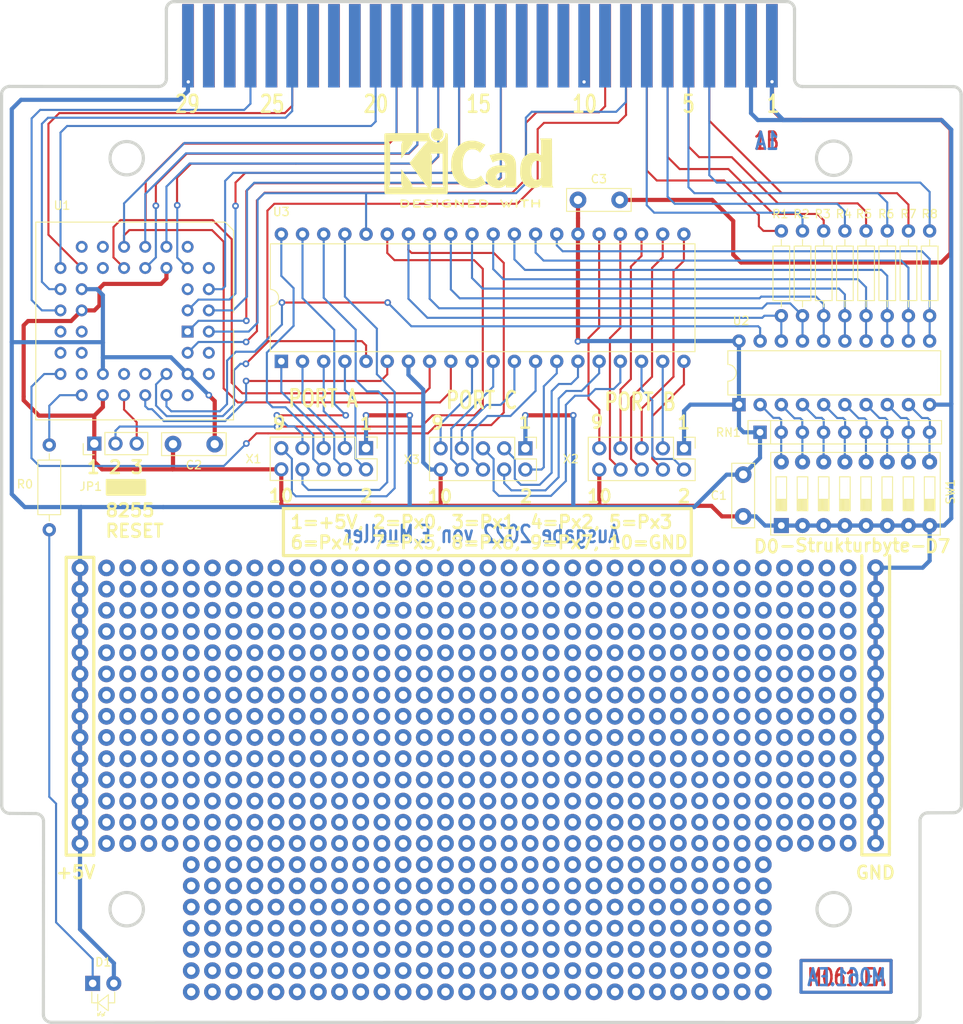
<source format=kicad_pcb>
(kicad_pcb (version 20211014) (generator pcbnew)
  (title_block (title "M061.EA") (date "November 2022") (rev "1.0") (company "E.Mueller"))
  (layers (0 "F.Cu" signal "Vorderseite") (31 "B.Cu" signal "Rückseite") (34 "B.Paste" user) (35 "F.Paste" user) (36 "B.SilkS" user "B.Silkscreen") (37 "F.SilkS" user "F.Silkscreen") (38 "B.Mask" user) (39 "F.Mask" user) (44 "Edge.Cuts" user))
  (net 0 "")
  (net 1 "+5V")
  (net 2 "/A0")
  (net 3 "/A1")
  (net 4 "Net-(D1-Pad1)")
  (net 6 "/IEO")
  (net 10 "/AB8")
  (net 11 "/AB6")
  (net 12 "/AB4")
  (net 13 "/AB2")
  (net 14 "/{slash}RESET")
  (net 16 "/D0")
  (net 17 "/D1")
  (net 18 "/D2")
  (net 19 "/D3")
  (net 20 "/D4")
  (net 21 "/D5")
  (net 22 "/D6")
  (net 23 "/D7")
  (net 24 "/MEI")
  (net 25 "/MEO")
  (net 26 "GND")
  (net 27 "/{slash}WR")
  (net 30 "/{slash}MAD")
  (net 39 "/AB9")
  (net 49 "/{slash}IORQ")
  (net 50 "/{slash}RD")
  (net 53 "/AB7")
  (net 54 "/AB5")
  (net 55 "/AB3")
  (net 56 "/LED")
  (net 57 "/D0A")
  (net 58 "/D1A")
  (net 59 "/D2A")
  (net 60 "/D3A")
  (net 61 "/D4A")
  (net 62 "/D5A")
  (net 63 "/D6A")
  (net 64 "/D7A")
  (net 65 "/D0B")
  (net 66 "/D1B")
  (net 67 "/D2B")
  (net 68 "/D3B")
  (net 69 "/D4B")
  (net 70 "/D5B")
  (net 71 "/D6B")
  (net 72 "/D7B")
  (net 85 "/{slash}CS")
  (net 87 "/{slash}OE")
  (net 91 "/PA3")
  (net 92 "/PA2")
  (net 93 "/PA1")
  (net 94 "/PA0")
  (net 95 "/PC7")
  (net 96 "/PC6")
  (net 97 "/PC5")
  (net 98 "/PC4")
  (net 99 "/PC0")
  (net 100 "/PC1")
  (net 101 "/PC2")
  (net 102 "/PC3")
  (net 103 "/PB0")
  (net 104 "/PB1")
  (net 105 "/PB2")
  (net 106 "/PB3")
  (net 107 "/PB4")
  (net 108 "/PB5")
  (net 109 "/PB6")
  (net 110 "/PB7")
  (net 111 "/PA7")
  (net 112 "/PA6")
  (net 113 "/PA5")
  (net 114 "/PA4")
  (net 115 "Net-(JP1-Pad2)")
  (net 116 "/RESET")
  (footprint "" (layer "F.Cu") (at 74.295 104.14)
    (fp_text reference "")
    (fp_text value "")
  )
  (footprint "" (layer "F.Cu") (at 99.687939 121.888344)
    (fp_text reference "")
    (fp_text value "")
  )
  (footprint "" (layer "F.Cu") (at 69.215 147.32)
    (fp_text reference "")
    (fp_text value "")
  )
  (footprint "" (layer "F.Cu") (at 102.235 111.76)
    (fp_text reference "")
    (fp_text value "")
  )
  (footprint "" (layer "F.Cu") (at 41.275 147.32)
    (fp_text reference "")
    (fp_text value "")
  )
  (footprint "" (layer "F.Cu") (at 102.235 139.7)
    (fp_text reference "")
    (fp_text value "")
  )
  (footprint "" (layer "F.Cu") (at 99.687939 109.22)
    (fp_text reference "")
    (fp_text value "")
  )
  (footprint "" (layer "F.Cu") (at 81.880422 144.78)
    (fp_text reference "")
    (fp_text value "")
  )
  (footprint "" (layer "F.Cu") (at 97.129189 134.604172)
    (fp_text reference "")
    (fp_text value "")
  )
  (footprint "" (layer "F.Cu") (at 28.575 132.08)
    (fp_text reference "")
    (fp_text value "")
  )
  (footprint "" (layer "F.Cu") (at 114.927939 126.984172)
    (fp_text reference "")
    (fp_text value "")
  )
  (footprint "" (layer "F.Cu") (at 59.055 127)
    (fp_text reference "")
    (fp_text value "")
  )
  (footprint "" (layer "F.Cu") (at 94.615 142.24)
    (fp_text reference "")
    (fp_text value "")
  )
  (footprint "" (layer "F.Cu") (at 94.615 111.76)
    (fp_text reference "")
    (fp_text value "")
  )
  (footprint "" (layer "F.Cu") (at 86.995 104.14)
    (fp_text reference "")
    (fp_text value "")
  )
  (footprint "" (layer "F.Cu") (at 69.215 132.08)
    (fp_text reference "")
    (fp_text value "")
  )
  (footprint "" (layer "F.Cu") (at 79.363068 126.991396)
    (fp_text reference "")
    (fp_text value "")
  )
  (footprint "" (layer "F.Cu") (at 48.895 142.24)
    (fp_text reference "")
    (fp_text value "")
  )
  (footprint "" (layer "F.Cu") (at 84.455 152.4)
    (fp_text reference "")
    (fp_text value "")
  )
  (footprint "" (layer "F.Cu") (at 99.687939 149.828344)
    (fp_text reference "")
    (fp_text value "")
  )
  (footprint "" (layer "F.Cu") (at 31.115 127)
    (fp_text reference "")
    (fp_text value "")
  )
  (footprint "" (layer "F.Cu") (at 102.235 132.08)
    (fp_text reference "")
    (fp_text value "")
  )
  (footprint "" (layer "F.Cu") (at 36.195 116.84)
    (fp_text reference "")
    (fp_text value "")
  )
  (footprint "" (layer "F.Cu") (at 25.4 111.76)
    (fp_text reference "")
    (fp_text value "")
  )
  (footprint "" (layer "F.Cu") (at 61.595 114.3)
    (fp_text reference "")
    (fp_text value "")
  )
  (footprint "" (layer "F.Cu") (at 84.455 129.54)
    (fp_text reference "")
    (fp_text value "")
  )
  (footprint "" (layer "F.Cu") (at 59.055 116.84)
    (fp_text reference "")
    (fp_text value "")
  )
  (footprint "" (layer "F.Cu") (at 25.4 109.22)
    (fp_text reference "")
    (fp_text value "")
  )
  (footprint "" (layer "F.Cu") (at 74.295 142.24)
    (fp_text reference "")
    (fp_text value "")
  )
  (footprint "" (layer "F.Cu") (at 89.535 116.84)
    (fp_text reference "")
    (fp_text value "")
  )
  (footprint "" (layer "F.Cu") (at 79.375 124.46)
    (fp_text reference "")
    (fp_text value "")
  )
  (footprint "" (layer "F.Cu") (at 107.315 124.46)
    (fp_text reference "")
    (fp_text value "")
  )
  (footprint "" (layer "F.Cu") (at 92.075 109.22)
    (fp_text reference "")
    (fp_text value "")
  )
  (footprint "" (layer "F.Cu") (at 99.687939 139.7)
    (fp_text reference "")
    (fp_text value "")
  )
  (footprint "" (layer "F.Cu") (at 86.995 101.6)
    (fp_text reference "")
    (fp_text value "")
  )
  (footprint "" (layer "F.Cu") (at 46.355 129.54)
    (fp_text reference "")
    (fp_text value "")
  )
  (footprint "" (layer "F.Cu") (at 69.215 142.24)
    (fp_text reference "")
    (fp_text value "")
  )
  (footprint "" (layer "F.Cu") (at 79.363068 152.387094)
    (fp_text reference "")
    (fp_text value "")
  )
  (footprint "" (layer "F.Cu") (at 74.295 121.92)
    (fp_text reference "")
    (fp_text value "")
  )
  (footprint "Resistor_THT:R_Axial_DIN0207_L6.3mm_D2.5mm_P10.16mm_Horizontal" (layer "F.Cu") (at 109.474 61.214 -90)
    (fp_text reference "R1")
    (fp_text value "100")
  )
  (footprint "" (layer "F.Cu") (at 81.880422 114.3)
    (fp_text reference "")
    (fp_text value "")
  )
  (footprint "" (layer "F.Cu") (at 74.295 152.4)
    (fp_text reference "")
    (fp_text value "")
  )
  (footprint "" (layer "F.Cu") (at 56.515 124.46)
    (fp_text reference "")
    (fp_text value "")
  )
  (footprint "" (layer "F.Cu") (at 51.435 121.92)
    (fp_text reference "")
    (fp_text value "")
  )
  (footprint "" (layer "F.Cu") (at 89.535 114.3)
    (fp_text reference "")
    (fp_text value "")
  )
  (footprint "" (layer "F.Cu") (at 94.615 104.14)
    (fp_text reference "")
    (fp_text value "")
  )
  (footprint "" (layer "F.Cu") (at 56.515 129.54)
    (fp_text reference "")
    (fp_text value "")
  )
  (footprint "" (layer "F.Cu") (at 76.835 124.46)
    (fp_text reference "")
    (fp_text value "")
  )
  (footprint "" (layer "F.Cu") (at 102.235 101.6)
    (fp_text reference "")
    (fp_text value "")
  )
  (footprint "" (layer "F.Cu") (at 107.315 121.92)
    (fp_text reference "")
    (fp_text value "")
  )
  (footprint "" (layer "F.Cu") (at 92.075 147.32)
    (fp_text reference "")
    (fp_text value "")
  )
  (footprint "" (layer "F.Cu") (at 112.369189 116.839999)
    (fp_text reference "")
    (fp_text value "")
  )
  (footprint "" (layer "F.Cu") (at 56.515 119.38)
    (fp_text reference "")
    (fp_text value "")
  )
  (footprint "" (layer "F.Cu") (at 79.363068 144.767094)
    (fp_text reference "")
    (fp_text value "")
  )
  (footprint "" (layer "F.Cu") (at 79.363068 129.527094)
    (fp_text reference "")
    (fp_text value "")
  )
  (footprint "" (layer "F.Cu") (at 51.435 111.76)
    (fp_text reference "")
    (fp_text value "")
  )
  (footprint "" (layer "F.Cu") (at 56.515 137.16)
    (fp_text reference "")
    (fp_text value "")
  )
  (footprint "" (layer "F.Cu") (at 28.575 114.3)
    (fp_text reference "")
    (fp_text value "")
  )
  (footprint "" (layer "F.Cu") (at 76.835 119.38)
    (fp_text reference "")
    (fp_text value "")
  )
  (footprint "" (layer "F.Cu") (at 97.129189 126.984172)
    (fp_text reference "")
    (fp_text value "")
  )
  (footprint "" (layer "F.Cu") (at 74.295 149.86)
    (fp_text reference "")
    (fp_text value "")
  )
  (footprint "" (layer "F.Cu") (at 109.855 132.08)
    (fp_text reference "")
    (fp_text value "")
  )
  (footprint "" (layer "F.Cu") (at 36.195 104.14)
    (fp_text reference "")
    (fp_text value "")
  )
  (footprint "" (layer "F.Cu") (at 41.275 119.38)
    (fp_text reference "")
    (fp_text value "")
  )
  (footprint "" (layer "F.Cu") (at 56.515 109.22)
    (fp_text reference "")
    (fp_text value "")
  )
  (footprint "" (layer "F.Cu") (at 92.075 142.24)
    (fp_text reference "")
    (fp_text value "")
  )
  (footprint "" (layer "F.Cu") (at 109.855 119.38)
    (fp_text reference "")
    (fp_text value "")
  )
  (footprint "" (layer "F.Cu") (at 112.369189 134.604172)
    (fp_text reference "")
    (fp_text value "")
  )
  (footprint "" (layer "F.Cu") (at 66.675 101.6)
    (fp_text reference "")
    (fp_text value "")
  )
  (footprint "" (layer "F.Cu") (at 31.115 101.6)
    (fp_text reference "")
    (fp_text value "")
  )
  (footprint "" (layer "F.Cu") (at 86.995 147.32)
    (fp_text reference "")
    (fp_text value "")
  )
  (footprint "" (layer "F.Cu") (at 99.687939 119.364172)
    (fp_text reference "")
    (fp_text value "")
  )
  (footprint "" (layer "F.Cu") (at 38.735 139.7)
    (fp_text reference "")
    (fp_text value "")
  )
  (footprint "" (layer "F.Cu") (at 74.295 109.22)
    (fp_text reference "")
    (fp_text value "")
  )
  (footprint "" (layer "F.Cu") (at 53.975 111.76)
    (fp_text reference "")
    (fp_text value "")
  )
  (footprint "" (layer "F.Cu") (at 43.815 137.16)
    (fp_text reference "")
    (fp_text value "")
  )
  (footprint "" (layer "F.Cu") (at 76.835 127)
    (fp_text reference "")
    (fp_text value "")
  )
  (footprint "" (layer "F.Cu") (at 53.975 152.4)
    (fp_text reference "")
    (fp_text value "")
  )
  (footprint "" (layer "F.Cu") (at 84.455 149.86)
    (fp_text reference "")
    (fp_text value "")
  )
  (footprint "" (layer "F.Cu") (at 71.755 116.84)
    (fp_text reference "")
    (fp_text value "")
  )
  (footprint "" (layer "F.Cu") (at 71.755 124.46)
    (fp_text reference "")
    (fp_text value "")
  )
  (footprint "" (layer "F.Cu") (at 46.355 116.84)
    (fp_text reference "")
    (fp_text value "")
  )
  (footprint "" (layer "F.Cu") (at 112.369189 109.219999)
    (fp_text reference "")
    (fp_text value "")
  )
  (footprint "" (layer "F.Cu") (at 92.075 114.3)
    (fp_text reference "")
    (fp_text value "")
  )
  (footprint "" (layer "F.Cu") (at 69.215 149.86)
    (fp_text reference "")
    (fp_text value "")
  )
  (footprint "" (layer "F.Cu") (at 92.075 152.4)
    (fp_text reference "")
    (fp_text value "")
  )
  (footprint "" (layer "F.Cu") (at 102.235 134.62)
    (fp_text reference "")
    (fp_text value "")
  )
  (footprint "" (layer "F.Cu") (at 107.315 116.84)
    (fp_text reference "")
    (fp_text value "")
  )
  (footprint "" (layer "F.Cu") (at 48.895 132.08)
    (fp_text reference "")
    (fp_text value "")
  )
  (footprint "" (layer "F.Cu") (at 76.835 101.6)
    (fp_text reference "")
    (fp_text value "")
  )
  (footprint "" (layer "F.Cu") (at 114.927939 124.46)
    (fp_text reference "")
    (fp_text value "")
  )
  (footprint "" (layer "F.Cu") (at 104.775 139.7)
    (fp_text reference "")
    (fp_text value "")
  )
  (footprint "" (layer "F.Cu") (at 36.195 121.92)
    (fp_text reference "")
    (fp_text value "")
  )
  (footprint "" (layer "F.Cu") (at 33.655 116.84)
    (fp_text reference "")
    (fp_text value "")
  )
  (footprint "" (layer "F.Cu") (at 69.215 144.78)
    (fp_text reference "")
    (fp_text value "")
  )
  (footprint "" (layer "F.Cu") (at 46.355 121.92)
    (fp_text reference "")
    (fp_text value "")
  )
  (footprint "" (layer "F.Cu") (at 76.835 139.7)
    (fp_text reference "")
    (fp_text value "")
  )
  (footprint "" (layer "F.Cu") (at 89.535 149.86)
    (fp_text reference "")
    (fp_text value "")
  )
  (footprint "" (layer "F.Cu") (at 53.975 121.92)
    (fp_text reference "")
    (fp_text value "")
  )
  (footprint "" (layer "F.Cu") (at 89.535 106.68)
    (fp_text reference "")
    (fp_text value "")
  )
  (footprint "" (layer "F.Cu") (at 86.995 137.16)
    (fp_text reference "")
    (fp_text value "")
  )
  (footprint "" (layer "F.Cu") (at 41.275 139.7)
    (fp_text reference "")
    (fp_text value "")
  )
  (footprint "" (layer "F.Cu") (at 64.135 132.08)
    (fp_text reference "")
    (fp_text value "")
  )
  (footprint "" (layer "F.Cu") (at 107.315 149.86)
    (fp_text reference "")
    (fp_text value "")
  )
  (footprint "" (layer "F.Cu") (at 31.115 106.68)
    (fp_text reference "")
    (fp_text value "")
  )
  (footprint "" (layer "F.Cu") (at 117.475 114.2746)
    (fp_text reference "")
    (fp_text value "")
  )
  (footprint "" (layer "F.Cu") (at 66.675 124.46)
    (fp_text reference "")
    (fp_text value "")
  )
  (footprint "" (layer "F.Cu") (at 31.115 132.08)
    (fp_text reference "")
    (fp_text value "")
  )
  (footprint "" (layer "F.Cu") (at 71.755 137.16)
    (fp_text reference "")
    (fp_text value "")
  )
  (footprint "" (layer "F.Cu") (at 81.880422 129.54)
    (fp_text reference "")
    (fp_text value "")
  )
  (footprint "" (layer "F.Cu") (at 76.835 147.32)
    (fp_text reference "")
    (fp_text value "")
  )
  (footprint "" (layer "F.Cu") (at 71.755 139.7)
    (fp_text reference "")
    (fp_text value "")
  )
  (footprint "" (layer "F.Cu") (at 99.687939 106.648344)
    (fp_text reference "")
    (fp_text value "")
  )
  (footprint "" (layer "F.Cu") (at 25.4 101.6)
    (fp_text reference "")
    (fp_text value "")
  )
  (footprint "" (layer "F.Cu") (at 114.927939 121.888344)
    (fp_text reference "")
    (fp_text value "")
  )
  (footprint "" (layer "F.Cu") (at 66.675 119.38)
    (fp_text reference "")
    (fp_text value "")
  )
  (footprint "" (layer "F.Cu") (at 66.675 129.54)
    (fp_text reference "")
    (fp_text value "")
  )
  (footprint "" (layer "F.Cu") (at 107.315 144.78)
    (fp_text reference "")
    (fp_text value "")
  )
  (footprint "" (layer "F.Cu") (at 33.655 124.46)
    (fp_text reference "")
    (fp_text value "")
  )
  (footprint "" (layer "F.Cu") (at 33.655 104.14)
    (fp_text reference "")
    (fp_text value "")
  )
  (footprint "" (layer "F.Cu") (at 74.295 139.7)
    (fp_text reference "")
    (fp_text value "")
  )
  (footprint "" (layer "F.Cu") (at 41.275 104.14)
    (fp_text reference "")
    (fp_text value "")
  )
  (footprint "" (layer "F.Cu") (at 48.895 134.62)
    (fp_text reference "")
    (fp_text value "")
  )
  (footprint "" (layer "F.Cu") (at 38.735 142.24)
    (fp_text reference "")
    (fp_text value "")
  )
  (footprint "" (layer "F.Cu") (at 53.975 147.32)
    (fp_text reference "")
    (fp_text value "")
  )
  (footprint "" (layer "F.Cu") (at 28.575 111.76)
    (fp_text reference "")
    (fp_text value "")
  )
  (footprint "" (layer "F.Cu") (at 59.055 149.86)
    (fp_text reference "")
    (fp_text value "")
  )
  (footprint "" (layer "F.Cu") (at 86.995 149.86)
    (fp_text reference "")
    (fp_text value "")
  )
  (footprint "" (layer "F.Cu") (at 43.815 116.84)
    (fp_text reference "")
    (fp_text value "")
  )
  (footprint "" (layer "F.Cu") (at 56.515 132.08)
    (fp_text reference "")
    (fp_text value "")
  )
  (footprint "Resistor_THT:R_Axial_DIN0207_L6.3mm_D2.5mm_P10.16mm_Horizontal" (layer "F.Cu") (at 124.714 61.214 -90)
    (fp_text reference "R7")
    (fp_text value "100")
  )
  (footprint "" (layer "F.Cu") (at 36.195 129.54)
    (fp_text reference "")
    (fp_text value "")
  )
  (footprint "" (layer "F.Cu") (at 99.687939 104.124172)
    (fp_text reference "")
    (fp_text value "")
  )
  (footprint "" (layer "F.Cu") (at 48.895 116.84)
    (fp_text reference "")
    (fp_text value "")
  )
  (footprint "" (layer "F.Cu") (at 117.475 104.1146)
    (fp_text reference "")
    (fp_text value "")
  )
  (footprint "" (layer "F.Cu") (at 76.835 109.22)
    (fp_text reference "")
    (fp_text value "")
  )
  (footprint "" (layer "F.Cu") (at 81.880422 149.86)
    (fp_text reference "")
    (fp_text value "")
  )
  (footprint "" (layer "F.Cu") (at 38.735 137.16)
    (fp_text reference "")
    (fp_text value "")
  )
  (footprint "" (layer "F.Cu") (at 43.815 134.62)
    (fp_text reference "")
    (fp_text value "")
  )
  (footprint "" (layer "F.Cu") (at 38.735 114.3)
    (fp_text reference "")
    (fp_text value "")
  )
  (footprint "LED_THT:LED_D5.0mm_Horizontal_O6.35mm_Z3.0mm" (layer "F.Cu") (at 26.919 151.384)
    (fp_text reference "D1")
    (fp_text value "LED")
  )
  (footprint "" (layer "F.Cu") (at 38.735 111.76)
    (fp_text reference "")
    (fp_text value "")
  )
  (footprint "" (layer "F.Cu") (at 99.687939 134.604172)
    (fp_text reference "")
    (fp_text value "")
  )
  (footprint "" (layer "F.Cu") (at 66.675 114.3)
    (fp_text reference "")
    (fp_text value "")
  )
  (footprint "" (layer "F.Cu") (at 56.515 127)
    (fp_text reference "")
    (fp_text value "")
  )
  (footprint "" (layer "F.Cu") (at 79.363068 134.611396)
    (fp_text reference "")
    (fp_text value "")
  )
  (footprint "Resistor_THT:R_Axial_DIN0207_L6.3mm_D2.5mm_P10.16mm_Horizontal" (layer "F.Cu") (at 119.634 61.214 -90)
    (fp_text reference "R5")
    (fp_text value "100")
  )
  (footprint "" (layer "F.Cu") (at 31.115 114.3)
    (fp_text reference "")
    (fp_text value "")
  )
  (footprint "" (layer "F.Cu") (at 31.115 124.46)
    (fp_text reference "")
    (fp_text value "")
  )
  (footprint "" (layer "F.Cu") (at 102.235 109.22)
    (fp_text reference "")
    (fp_text value "")
  )
  (footprint "" (layer "F.Cu") (at 41.275 134.62)
    (fp_text reference "")
    (fp_text value "")
  )
  (footprint "" (layer "F.Cu") (at 117.475 116.8146)
    (fp_text reference "")
    (fp_text value "")
  )
  (footprint "" (layer "F.Cu") (at 46.355 152.4)
    (fp_text reference "")
    (fp_text value "")
  )
  (footprint "" (layer "F.Cu") (at 102.235 129.54)
    (fp_text reference "")
    (fp_text value "")
  )
  (footprint "" (layer "F.Cu") (at 104.775 104.14)
    (fp_text reference "")
    (fp_text value "")
  )
  (footprint "" (layer "F.Cu") (at 33.655 114.3)
    (fp_text reference "")
    (fp_text value "")
  )
  (footprint "" (layer "F.Cu") (at 36.195 134.62)
    (fp_text reference "")
    (fp_text value "")
  )
  (footprint "" (layer "F.Cu") (at 36.195 132.08)
    (fp_text reference "")
    (fp_text value "")
  )
  (footprint "" (layer "F.Cu") (at 25.4 127)
    (fp_text reference "")
    (fp_text value "")
  )
  (footprint "" (layer "F.Cu") (at 46.355 106.68)
    (fp_text reference "")
    (fp_text value "")
  )
  (footprint "" (layer "F.Cu") (at 109.855 134.62)
    (fp_text reference "")
    (fp_text value "")
  )
  (footprint "" (layer "F.Cu") (at 84.455 124.46)
    (fp_text reference "")
    (fp_text value "")
  )
  (footprint "" (layer "F.Cu") (at 53.975 149.86)
    (fp_text reference "")
    (fp_text value "")
  )
  (footprint "" (layer "F.Cu") (at 41.275 129.54)
    (fp_text reference "")
    (fp_text value "")
  )
  (footprint "" (layer "F.Cu") (at 89.535 147.32)
    (fp_text reference "")
    (fp_text value "")
  )
  (footprint "" (layer "F.Cu") (at 56.515 139.7)
    (fp_text reference "")
    (fp_text value "")
  )
  (footprint "" (layer "F.Cu") (at 102.235 121.92)
    (fp_text reference "")
    (fp_text value "")
  )
  (footprint "" (layer "F.Cu") (at 51.435 147.32)
    (fp_text reference "")
    (fp_text value "")
  )
  (footprint "" (layer "F.Cu") (at 64.135 106.68)
    (fp_text reference "")
    (fp_text value "")
  )
  (footprint "" (layer "F.Cu") (at 59.055 152.4)
    (fp_text reference "")
    (fp_text value "")
  )
  (footprint "" (layer "F.Cu") (at 81.880422 142.24)
    (fp_text reference "")
    (fp_text value "")
  )
  (footprint "" (layer "F.Cu") (at 92.075 106.68)
    (fp_text reference "")
    (fp_text value "")
  )
  (footprint "" (layer "F.Cu") (at 51.435 144.78)
    (fp_text reference "")
    (fp_text value "")
  )
  (footprint "" (layer "F.Cu") (at 107.315 147.32)
    (fp_text reference "")
    (fp_text value "")
  )
  (footprint "" (layer "F.Cu") (at 114.927939 114.268344)
    (fp_text reference "")
    (fp_text value "")
  )
  (footprint "" (layer "F.Cu") (at 107.315 114.3)
    (fp_text reference "")
    (fp_text value "")
  )
  (footprint "" (layer "F.Cu") (at 48.895 104.14)
    (fp_text reference "")
    (fp_text value "")
  )
  (footprint "" (layer "F.Cu") (at 71.755 114.3)
    (fp_text reference "")
    (fp_text value "")
  )
  (footprint "" (layer "F.Cu") (at 107.315 104.14)
    (fp_text reference "")
    (fp_text value "")
  )
  (footprint "Resistor_THT:R_Axial_DIN0207_L6.3mm_D2.5mm_P10.16mm_Horizontal" (layer "F.Cu") (at 114.554 61.214 -90)
    (fp_text reference "R3")
    (fp_text value "100")
  )
  (footprint "" (layer "F.Cu") (at 64.135 127)
    (fp_text reference "")
    (fp_text value "")
  )
  (footprint "" (layer "F.Cu") (at 97.129189 139.699999)
    (fp_text reference "")
    (fp_text value "")
  )
  (footprint "" (layer "F.Cu") (at 61.595 144.78)
    (fp_text reference "")
    (fp_text value "")
  )
  (footprint "Resistor_THT:R_Axial_DIN0207_L6.3mm_D2.5mm_P10.16mm_Horizontal" (layer "F.Cu") (at 21.717 86.868 -90)
    (fp_text reference "R0")
    (fp_text value "330")
  )
  (footprint "" (layer "F.Cu") (at 51.435 101.6)
    (fp_text reference "")
    (fp_text value "")
  )
  (footprint "" (layer "F.Cu") (at 97.155 129.54)
    (fp_text reference "")
    (fp_text value "")
  )
  (footprint "" (layer "F.Cu") (at 51.435 139.7)
    (fp_text reference "")
    (fp_text value "")
  )
  (footprint "" (layer "F.Cu") (at 64.135 147.32)
    (fp_text reference "")
    (fp_text value "")
  )
  (footprint "" (layer "F.Cu") (at 64.135 119.38)
    (fp_text reference "")
    (fp_text value "")
  )
  (footprint "" (layer "F.Cu") (at 46.355 134.62)
    (fp_text reference "")
    (fp_text value "")
  )
  (footprint "" (layer "F.Cu") (at 89.535 132.08)
    (fp_text reference "")
    (fp_text value "")
  )
  (footprint "" (layer "F.Cu") (at 31.115 129.54)
    (fp_text reference "")
    (fp_text value "")
  )
  (footprint "" (layer "F.Cu") (at 120.777 114.2746)
    (fp_text reference "")
    (fp_text value "")
  )
  (footprint "" (layer "F.Cu") (at 46.355 119.38)
    (fp_text reference "")
    (fp_text value "")
  )
  (footprint "" (layer "F.Cu") (at 71.755 111.76)
    (fp_text reference "")
    (fp_text value "")
  )
  (footprint "" (layer "F.Cu") (at 76.835 104.14)
    (fp_text reference "")
    (fp_text value "")
  )
  (footprint "" (layer "F.Cu") (at 51.435 129.54)
    (fp_text reference "")
    (fp_text value "")
  )
  (footprint "" (layer "F.Cu") (at 99.687939 129.508344)
    (fp_text reference "")
    (fp_text value "")
  )
  (footprint "" (layer "F.Cu") (at 25.4 119.38)
    (fp_text reference "")
    (fp_text value "")
  )
  (footprint "" (layer "F.Cu") (at 97.155 147.32)
    (fp_text reference "")
    (fp_text value "")
  )
  (footprint "" (layer "F.Cu") (at 61.595 104.14)
    (fp_text reference "")
    (fp_text value "")
  )
  (footprint "" (layer "F.Cu") (at 43.815 147.32)
    (fp_text reference "")
    (fp_text value "")
  )
  (footprint "" (layer "F.Cu") (at 104.775 111.76)
    (fp_text reference "")
    (fp_text value "")
  )
  (footprint "" (layer "F.Cu") (at 104.775 101.6)
    (fp_text reference "")
    (fp_text value "")
  )
  (footprint "" (layer "F.Cu") (at 28.575 116.84)
    (fp_text reference "")
    (fp_text value "")
  )
  (footprint "" (layer "F.Cu") (at 94.615 121.92)
    (fp_text reference "")
    (fp_text value "")
  )
  (footprint "" (layer "F.Cu") (at 89.535 111.76)
    (fp_text reference "")
    (fp_text value "")
  )
  (footprint "Button_Switch_THT:SW_DIP_SPSTx08_Slide_9.78x22.5mm_W7.62mm_P2.54mm" (layer "F.Cu") (at 109.474 96.52 90)
    (fp_text reference "SW1")
    (fp_text value "SW_DIP_x08")
  )
  (footprint "" (layer "F.Cu") (at 31.115 134.62)
    (fp_text reference "")
    (fp_text value "")
  )
  (footprint "" (layer "F.Cu") (at 43.815 101.6)
    (fp_text reference "")
    (fp_text value "")
  )
  (footprint "" (layer "F.Cu") (at 64.135 149.86)
    (fp_text reference "")
    (fp_text value "")
  )
  (footprint "" (layer "F.Cu") (at 99.687939 142.224172)
    (fp_text reference "")
    (fp_text value "")
  )
  (footprint "" (layer "F.Cu") (at 94.615 116.84)
    (fp_text reference "")
    (fp_text value "")
  )
  (footprint "" (layer "F.Cu") (at 43.815 104.14)
    (fp_text reference "")
    (fp_text value "")
  )
  (footprint "" (layer "F.Cu") (at 117.475 126.9746)
    (fp_text reference "")
    (fp_text value "")
  )
  (footprint "" (layer "F.Cu") (at 64.135 129.54)
    (fp_text reference "")
    (fp_text value "")
  )
  (footprint "" (layer "F.Cu") (at 102.235 127)
    (fp_text reference "")
    (fp_text value "")
  )
  (footprint "" (layer "F.Cu") (at 94.615 119.38)
    (fp_text reference "")
    (fp_text value "")
  )
  (footprint "" (layer "F.Cu") (at 120.777 134.5946)
    (fp_text reference "")
    (fp_text value "")
  )
  (footprint "" (layer "F.Cu") (at 86.995 152.4)
    (fp_text reference "")
    (fp_text value "")
  )
  (footprint "" (layer "F.Cu") (at 97.129189 111.744172)
    (fp_text reference "")
    (fp_text value "")
  )
  (footprint "" (layer "F.Cu") (at 53.975 137.16)
    (fp_text reference "")
    (fp_text value "")
  )
  (footprint "" (layer "F.Cu") (at 97.129189 119.364172)
    (fp_text reference "")
    (fp_text value "")
  )
  (footprint "" (layer "F.Cu") (at 117.475 119.3546)
    (fp_text reference "")
    (fp_text value "")
  )
  (footprint "Resistor_THT:R_Axial_DIN0207_L6.3mm_D2.5mm_P10.16mm_Horizontal" (layer "F.Cu") (at 112.014 61.214 -90)
    (fp_text reference "R2")
    (fp_text value "100")
  )
  (footprint "" (layer "F.Cu") (at 74.295 147.32)
    (fp_text reference "")
    (fp_text value "")
  )
  (footprint "" (layer "F.Cu") (at 86.995 144.78)
    (fp_text reference "")
    (fp_text value "")
  )
  (footprint "" (layer "F.Cu") (at 41.275 116.84)
    (fp_text reference "")
    (fp_text value "")
  )
  (footprint "" (layer "F.Cu") (at 112.369189 124.459999)
    (fp_text reference "")
    (fp_text value "")
  )
  (footprint "" (layer "F.Cu") (at 38.735 134.62)
    (fp_text reference "")
    (fp_text value "")
  )
  (footprint "" (layer "F.Cu") (at 109.855 127)
    (fp_text reference "")
    (fp_text value "")
  )
  (footprint "" (layer "F.Cu") (at 69.215 114.3)
    (fp_text reference "")
    (fp_text value "")
  )
  (footprint "Connector_PinHeader_2.54mm:PinHeader_2x05_P2.54mm_Vertical" (layer "F.Cu") (at 78.7908 87.2694 -90)
    (fp_text reference "X3")
    (fp_text value "Conn_02x05_Odd_Even")
  )
  (footprint "" (layer "F.Cu") (at 97.129189 109.219999)
    (fp_text reference "")
    (fp_text value "")
  )
  (footprint "" (layer "F.Cu") (at 59.055 119.38)
    (fp_text reference "")
    (fp_text value "")
  )
  (footprint "" (layer "F.Cu") (at 89.535 121.92)
    (fp_text reference "")
    (fp_text value "")
  )
  (footprint "" (layer "F.Cu") (at 109.855 109.22)
    (fp_text reference "")
    (fp_text value "")
  )
  (footprint "" (layer "F.Cu") (at 94.615 127)
    (fp_text reference "")
    (fp_text value "")
  )
  (footprint "" (layer "F.Cu") (at 86.995 121.92)
    (fp_text reference "")
    (fp_text value "")
  )
  (footprint "" (layer "F.Cu") (at 109.855 111.76)
    (fp_text reference "")
    (fp_text value "")
  )
  (footprint "" (layer "F.Cu") (at 41.275 114.3)
    (fp_text reference "")
    (fp_text value "")
  )
  (footprint "" (layer "F.Cu") (at 28.575 106.68)
    (fp_text reference "")
    (fp_text value "")
  )
  (footprint "" (layer "F.Cu") (at 84.455 116.84)
    (fp_text reference "")
    (fp_text value "")
  )
  (footprint "" (layer "F.Cu") (at 117.475 129.5146)
    (fp_text reference "")
    (fp_text value "")
  )
  (footprint "Connector_PinHeader_2.54mm:PinHeader_2x05_P2.54mm_Vertical" (layer "F.Cu") (at 97.8154 87.2694 -90)
    (fp_text reference "X2")
    (fp_text value "Conn_02x05_Odd_Even")
  )
  (footprint "" (layer "F.Cu") (at 48.895 144.78)
    (fp_text reference "")
    (fp_text value "")
  )
  (footprint "" (layer "F.Cu") (at 79.363068 111.751396)
    (fp_text reference "")
    (fp_text value "")
  )
  (footprint "" (layer "F.Cu") (at 71.755 101.6)
    (fp_text reference "")
    (fp_text value "")
  )
  (footprint "" (layer "F.Cu") (at 104.775 134.62)
    (fp_text reference "")
    (fp_text value "")
  )
  (footprint "Package_DIP:DIP-20_W7.62mm" (layer "F.Cu") (at 104.394 82.032 90)
    (fp_text reference "U2")
    (fp_text value "74LS245")
  )
  (footprint "" (layer "F.Cu") (at 43.815 144.78)
    (fp_text reference "")
    (fp_text value "")
  )
  (footprint "" (layer "F.Cu") (at 59.055 104.14)
    (fp_text reference "")
    (fp_text value "")
  )
  (footprint "" (layer "F.Cu") (at 109.855 104.14)
    (fp_text reference "")
    (fp_text value "")
  )
  (footprint "" (layer "F.Cu") (at 117.475 109.1946)
    (fp_text reference "")
    (fp_text value "")
  )
  (footprint "" (layer "F.Cu") (at 61.595 137.16)
    (fp_text reference "")
    (fp_text value "")
  )
  (footprint "" (layer "F.Cu") (at 86.995 124.46)
    (fp_text reference "")
    (fp_text value "")
  )
  (footprint "Capacitor_THT:C_Disc_D7.5mm_W2.5mm_P5.00mm" (layer "F.Cu") (at 104.902 90.424 -90)
    (fp_text reference "C1")
    (fp_text value "100n")
  )
  (footprint "" (layer "F.Cu") (at 92.075 119.38)
    (fp_text reference "")
    (fp_text value "")
  )
  (footprint "" (layer "F.Cu") (at 43.815 106.68)
    (fp_text reference "")
    (fp_text value "")
  )
  (footprint "" (layer "F.Cu") (at 59.055 137.16)
    (fp_text reference "")
    (fp_text value "")
  )
  (footprint "" (layer "F.Cu") (at 109.855 116.84)
    (fp_text reference "")
    (fp_text value "")
  )
  (footprint "" (layer "F.Cu") (at 99.687939 126.984172)
    (fp_text reference "")
    (fp_text value "")
  )
  (footprint "" (layer "F.Cu") (at 53.975 101.6)
    (fp_text reference "")
    (fp_text value "")
  )
  (footprint "" (layer "F.Cu") (at 104.775 106.68)
    (fp_text reference "")
    (fp_text value "")
  )
  (footprint "" (layer "F.Cu") (at 76.835 116.84)
    (fp_text reference "")
    (fp_text value "")
  )
  (footprint "" (layer "F.Cu") (at 36.195 101.6)
    (fp_text reference "")
    (fp_text value "")
  )
  (footprint "" (layer "F.Cu") (at 38.735 147.32)
    (fp_text reference "")
    (fp_text value "")
  )
  (footprint "" (layer "F.Cu") (at 84.455 147.32)
    (fp_text reference "")
    (fp_text value "")
  )
  (footprint "" (layer "F.Cu") (at 43.815 139.7)
    (fp_text reference "")
    (fp_text value "")
  )
  (footprint "" (layer "F.Cu") (at 41.275 124.46)
    (fp_text reference "")
    (fp_text value "")
  )
  (footprint "" (layer "F.Cu") (at 43.815 121.92)
    (fp_text reference "")
    (fp_text value "")
  )
  (footprint "" (layer "F.Cu") (at 38.735 127)
    (fp_text reference "")
    (fp_text value "")
  )
  (footprint "" (layer "F.Cu") (at 25.4 129.54)
    (fp_text reference "")
    (fp_text value "")
  )
  (footprint "" (layer "F.Cu") (at 114.927939 109.22)
    (fp_text reference "")
    (fp_text value "")
  )
  (footprint "" (layer "F.Cu") (at 94.615 114.3)
    (fp_text reference "")
    (fp_text value "")
  )
  (footprint "" (layer "F.Cu") (at 76.835 149.86)
    (fp_text reference "")
    (fp_text value "")
  )
  (footprint "" (layer "F.Cu") (at 99.687939 111.744172)
    (fp_text reference "")
    (fp_text value "")
  )
  (footprint "" (layer "F.Cu") (at 56.515 106.68)
    (fp_text reference "")
    (fp_text value "")
  )
  (footprint "" (layer "F.Cu") (at 97.155 121.92)
    (fp_text reference "")
    (fp_text value "")
  )
  (footprint "" (layer "F.Cu") (at 64.135 144.78)
    (fp_text reference "")
    (fp_text value "")
  )
  (footprint "" (layer "F.Cu") (at 107.315 111.76)
    (fp_text reference "")
    (fp_text value "")
  )
  (footprint "Capacitor_THT:C_Disc_D7.5mm_W2.5mm_P5.00mm" (layer "F.Cu") (at 41.5506 86.7664 180)
    (fp_text reference "C2")
    (fp_text value "100n")
  )
  (footprint "" (layer "F.Cu") (at 66.675 116.84)
    (fp_text reference "")
    (fp_text value "")
  )
  (footprint "" (layer "F.Cu") (at 107.315 129.54)
    (fp_text reference "")
    (fp_text value "")
  )
  (footprint "" (layer "F.Cu") (at 43.815 152.4)
    (fp_text reference "")
    (fp_text value "")
  )
  (footprint "" (layer "F.Cu") (at 79.363068 104.131396)
    (fp_text reference "")
    (fp_text value "")
  )
  (footprint "" (layer "F.Cu") (at 33.655 121.92)
    (fp_text reference "")
    (fp_text value "")
  )
  (footprint "" (layer "F.Cu") (at 86.995 116.84)
    (fp_text reference "")
    (fp_text value "")
  )
  (footprint "" (layer "F.Cu") (at 79.375 101.6)
    (fp_text reference "")
    (fp_text value "")
  )
  (footprint "" (layer "F.Cu") (at 94.615 144.78)
    (fp_text reference "")
    (fp_text value "")
  )
  (footprint "" (layer "F.Cu") (at 66.675 106.68)
    (fp_text reference "")
    (fp_text value "")
  )
  (footprint "" (layer "F.Cu") (at 107.315 109.22)
    (fp_text reference "")
    (fp_text value "")
  )
  (footprint "" (layer "F.Cu") (at 79.363068 142.231396)
    (fp_text reference "")
    (fp_text value "")
  )
  (footprint "" (layer "F.Cu") (at 92.075 132.08)
    (fp_text reference "")
    (fp_text value "")
  )
  (footprint "" (layer "F.Cu") (at 92.075 129.54)
    (fp_text reference "")
    (fp_text value "")
  )
  (footprint "" (layer "F.Cu") (at 112.369189 132.079999)
    (fp_text reference "")
    (fp_text value "")
  )
  (footprint "" (layer "F.Cu") (at 31.115 121.92)
    (fp_text reference "")
    (fp_text value "")
  )
  (footprint "" (layer "F.Cu") (at 109.855 106.68)
    (fp_text reference "")
    (fp_text value "")
  )
  (footprint "" (layer "F.Cu") (at 112.369189 101.599999)
    (fp_text reference "")
    (fp_text value "")
  )
  (footprint "" (layer "F.Cu") (at 51.435 119.38)
    (fp_text reference "")
    (fp_text value "")
  )
  (footprint "" (layer "F.Cu") (at 69.215 116.84)
    (fp_text reference "")
    (fp_text value "")
  )
  (footprint "" (layer "F.Cu") (at 81.880422 147.32)
    (fp_text reference "")
    (fp_text value "")
  )
  (footprint "" (layer "F.Cu") (at 69.215 106.68)
    (fp_text reference "")
    (fp_text value "")
  )
  (footprint "" (layer "F.Cu") (at 56.515 142.24)
    (fp_text reference "")
    (fp_text value "")
  )
  (footprint "" (layer "F.Cu") (at 28.575 119.38)
    (fp_text reference "")
    (fp_text value "")
  )
  (footprint "" (layer "F.Cu") (at 97.155 137.16)
    (fp_text reference "")
    (fp_text value "")
  )
  (footprint "" (layer "F.Cu") (at 36.195 106.68)
    (fp_text reference "")
    (fp_text value "")
  )
  (footprint "" (layer "F.Cu") (at 79.363068 114.287094)
    (fp_text reference "")
    (fp_text value "")
  )
  (footprint "" (layer "F.Cu") (at 33.655 127)
    (fp_text reference "")
    (fp_text value "")
  )
  (footprint "" (layer "F.Cu") (at 59.055 142.24)
    (fp_text reference "")
    (fp_text value "")
  )
  (footprint "" (layer "F.Cu") (at 51.435 114.3)
    (fp_text reference "")
    (fp_text value "")
  )
  (footprint "Package_DIP:DIP-40_W15.24mm" (layer "F.Cu") (at 49.535 76.84 90)
    (fp_text reference "U3")
    (fp_text value "82C55A")
  )
  (footprint "" (layer "F.Cu") (at 28.575 127)
    (fp_text reference "")
    (fp_text value "")
  )
  (footprint "KAMM:KAMM_BESTUECK" (layer "F.Cu") (at 73.355091 41.524111 180)
    (fp_text reference "P2" hide)
    (fp_text value "CONN_29" hide)
  )
  (footprint "" (layer "F.Cu") (at 38.735 119.38)
    (fp_text reference "")
    (fp_text value "")
  )
  (footprint "" (layer "F.Cu") (at 104.775 124.46)
    (fp_text reference "")
    (fp_text value "")
  )
  (footprint "" (layer "F.Cu") (at 86.995 142.24)
    (fp_text reference "")
    (fp_text value "")
  )
  (footprint "" (layer "F.Cu") (at 112.369189 104.124172)
    (fp_text reference "")
    (fp_text value "")
  )
  (footprint "Resistor_THT:R_Axial_DIN0207_L6.3mm_D2.5mm_P10.16mm_Horizontal" (layer "F.Cu") (at 127.254 61.214 -90)
    (fp_text reference "R8")
    (fp_text value "100")
  )
  (footprint "" (layer "F.Cu") (at 79.363068 106.667094)
    (fp_text reference "")
    (fp_text value "")
  )
  (footprint "" (layer "F.Cu") (at 31.115 111.76)
    (fp_text reference "")
    (fp_text value "")
  )
  (footprint "" (layer "F.Cu") (at 86.995 134.62)
    (fp_text reference "")
    (fp_text value "")
  )
  (footprint "" (layer "F.Cu") (at 59.055 144.78)
    (fp_text reference "")
    (fp_text value "")
  )
  (footprint "" (layer "F.Cu") (at 112.395 106.68)
    (fp_text reference "")
    (fp_text value "")
  )
  (footprint "" (layer "F.Cu") (at 59.055 139.7)
    (fp_text reference "")
    (fp_text value "")
  )
  (footprint "" (layer "F.Cu") (at 66.675 144.78)
    (fp_text reference "")
    (fp_text value "")
  )
  (footprint "" (layer "F.Cu") (at 81.880422 111.76)
    (fp_text reference "")
    (fp_text value "")
  )
  (footprint "" (layer "F.Cu") (at 104.775 109.22)
    (fp_text reference "")
    (fp_text value "")
  )
  (footprint "" (layer "F.Cu") (at 48.895 149.86)
    (fp_text reference "")
    (fp_text value "")
  )
  (footprint "" (layer "F.Cu") (at 86.995 111.76)
    (fp_text reference "")
    (fp_text value "")
  )
  (footprint "" (layer "F.Cu") (at 99.687939 132.08)
    (fp_text reference "")
    (fp_text value "")
  )
  (footprint "" (layer "F.Cu") (at 66.675 132.08)
    (fp_text reference "")
    (fp_text value "")
  )
  (footprint "" (layer "F.Cu") (at 92.075 104.14)
    (fp_text reference "")
    (fp_text value "")
  )
  (footprint "" (layer "F.Cu") (at 104.775 137.16)
    (fp_text reference "")
    (fp_text value "")
  )
  (footprint "" (layer "F.Cu") (at 97.155 144.78)
    (fp_text reference "")
    (fp_text value "")
  )
  (footprint "" (layer "F.Cu") (at 48.895 109.22)
    (fp_text reference "")
    (fp_text value "")
  )
  (footprint "" (layer "F.Cu") (at 92.075 149.86)
    (fp_text reference "")
    (fp_text value "")
  )
  (footprint "" (layer "F.Cu") (at 81.880422 101.599999)
    (fp_text reference "")
    (fp_text value "")
  )
  (footprint "" (layer "F.Cu") (at 53.975 116.84)
    (fp_text reference "")
    (fp_text value "")
  )
  (footprint "" (layer "F.Cu") (at 117.475 132.0546)
    (fp_text reference "")
    (fp_text value "")
  )
  (footprint "" (layer "F.Cu") (at 48.895 129.54)
    (fp_text reference "")
    (fp_text value "")
  )
  (footprint "" (layer "F.Cu") (at 25.4 114.3)
    (fp_text reference "")
    (fp_text value "")
  )
  (footprint "" (layer "F.Cu") (at 104.775 121.92)
    (fp_text reference "")
    (fp_text value "")
  )
  (footprint "" (layer "F.Cu") (at 64.135 101.6)
    (fp_text reference "")
    (fp_text value "")
  )
  (footprint "" (layer "F.Cu") (at 53.975 144.78)
    (fp_text reference "")
    (fp_text value "")
  )
  (footprint "" (layer "F.Cu") (at 86.995 132.08)
    (fp_text reference "")
    (fp_text value "")
  )
  (footprint "" (layer "F.Cu") (at 117.475 121.8946)
    (fp_text reference "")
    (fp_text value "")
  )
  (footprint "" (layer "F.Cu") (at 53.975 114.3)
    (fp_text reference "")
    (fp_text value "")
  )
  (footprint "" (layer "F.Cu") (at 102.235 124.46)
    (fp_text reference "")
    (fp_text value "")
  )
  (footprint "" (layer "F.Cu") (at 25.4 134.62)
    (fp_text reference "")
    (fp_text value "")
  )
  (footprint "" (layer "F.Cu") (at 53.975 132.08)
    (fp_text reference "")
    (fp_text value "")
  )
  (footprint "" (layer "F.Cu") (at 84.455 104.14)
    (fp_text reference "")
    (fp_text value "")
  )
  (footprint "" (layer "F.Cu") (at 117.475 111.7346)
    (fp_text reference "")
    (fp_text value "")
  )
  (footprint "" (layer "F.Cu") (at 46.355 111.76)
    (fp_text reference "")
    (fp_text value "")
  )
  (footprint "" (layer "F.Cu") (at 71.755 144.78)
    (fp_text reference "")
    (fp_text value "")
  )
  (footprint "" (layer "F.Cu") (at 74.295 101.6)
    (fp_text reference "")
    (fp_text value "")
  )
  (footprint "" (layer "F.Cu") (at 48.895 114.3)
    (fp_text reference "")
    (fp_text value "")
  )
  (footprint "" (layer "F.Cu") (at 48.895 106.68)
    (fp_text reference "")
    (fp_text value "")
  )
  (footprint "" (layer "F.Cu") (at 59.055 147.32)
    (fp_text reference "")
    (fp_text value "")
  )
  (footprint "" (layer "F.Cu") (at 97.129189 101.599999)
    (fp_text reference "")
    (fp_text value "")
  )
  (footprint "" (layer "F.Cu") (at 104.775 119.38)
    (fp_text reference "")
    (fp_text value "")
  )
  (footprint "" (layer "F.Cu") (at 84.455 132.08)
    (fp_text reference "")
    (fp_text value "")
  )
  (footprint "" (layer "F.Cu") (at 41.275 111.76)
    (fp_text reference "")
    (fp_text value "")
  )
  (footprint "" (layer "F.Cu") (at 120.777 101.5746)
    (fp_text reference "")
    (fp_text value "")
  )
  (footprint "" (layer "F.Cu") (at 46.355 149.86)
    (fp_text reference "")
    (fp_text value "")
  )
  (footprint "" (layer "F.Cu") (at 25.4 104.14)
    (fp_text reference "")
    (fp_text value "")
  )
  (footprint "" (layer "F.Cu") (at 114.927939 101.6)
    (fp_text reference "")
    (fp_text value "")
  )
  (footprint "" (layer "F.Cu") (at 120.777 119.3546)
    (fp_text reference "")
    (fp_text value "")
  )
  (footprint "" (layer "F.Cu") (at 48.895 121.92)
    (fp_text reference "")
    (fp_text value "")
  )
  (footprint "" (layer "F.Cu") (at 120.777 121.8946)
    (fp_text reference "")
    (fp_text value "")
  )
  (footprint "" (layer "F.Cu") (at 104.775 142.24)
    (fp_text reference "")
    (fp_text value "")
  )
  (footprint "" (layer "F.Cu") (at 99.687939 147.288344)
    (fp_text reference "")
    (fp_text value "")
  )
  (footprint "" (layer "F.Cu") (at 84.455 127)
    (fp_text reference "")
    (fp_text value "")
  )
  (footprint "" (layer "F.Cu") (at 76.835 144.78)
    (fp_text reference "")
    (fp_text value "")
  )
  (footprint "" (layer "F.Cu") (at 81.880422 134.62)
    (fp_text reference "")
    (fp_text value "")
  )
  (footprint "" (layer "F.Cu") (at 66.675 134.62)
    (fp_text reference "")
    (fp_text value "")
  )
  (footprint "" (layer "F.Cu") (at 71.755 147.32)
    (fp_text reference "")
    (fp_text value "")
  )
  (footprint "" (layer "F.Cu") (at 71.755 142.24)
    (fp_text reference "")
    (fp_text value "")
  )
  (footprint "" (layer "F.Cu") (at 120.777 129.5146)
    (fp_text reference "")
    (fp_text value "")
  )
  (footprint "" (layer "F.Cu") (at 48.895 127)
    (fp_text reference "")
    (fp_text value "")
  )
  (footprint "" (layer "F.Cu") (at 114.927939 104.124172)
    (fp_text reference "")
    (fp_text value "")
  )
  (footprint "" (layer "F.Cu") (at 46.355 144.78)
    (fp_text reference "")
    (fp_text value "")
  )
  (footprint "" (layer "F.Cu") (at 84.455 137.16)
    (fp_text reference "")
    (fp_text value "")
  )
  (footprint "" (layer "F.Cu") (at 69.215 139.7)
    (fp_text reference "")
    (fp_text value "")
  )
  (footprint "" (layer "F.Cu") (at 41.275 137.16)
    (fp_text reference "")
    (fp_text value "")
  )
  (footprint "" (layer "F.Cu") (at 86.995 109.22)
    (fp_text reference "")
    (fp_text value "")
  )
  (footprint "" (layer "F.Cu") (at 89.535 137.16)
    (fp_text reference "")
    (fp_text value "")
  )
  (footprint "" (layer "F.Cu") (at 28.575 101.6)
    (fp_text reference "")
    (fp_text value "")
  )
  (footprint "" (layer "F.Cu") (at 89.535 152.4)
    (fp_text reference "")
    (fp_text value "")
  )
  (footprint "" (layer "F.Cu") (at 53.975 106.68)
    (fp_text reference "")
    (fp_text value "")
  )
  (footprint "" (layer "F.Cu") (at 28.575 104.14)
    (fp_text reference "")
    (fp_text value "")
  )
  (footprint "" (layer "F.Cu") (at 36.195 119.38)
    (fp_text reference "")
    (fp_text value "")
  )
  (footprint "" (layer "F.Cu") (at 59.055 132.08)
    (fp_text reference "")
    (fp_text value "")
  )
  (footprint "" (layer "F.Cu") (at 41.275 142.24)
    (fp_text reference "")
    (fp_text value "")
  )
  (footprint "" (layer "F.Cu") (at 41.275 152.4)
    (fp_text reference "")
    (fp_text value "")
  )
  (footprint "" (layer "F.Cu") (at 79.363068 119.371396)
    (fp_text reference "")
    (fp_text value "")
  )
  (footprint "" (layer "F.Cu") (at 74.295 134.62)
    (fp_text reference "")
    (fp_text value "")
  )
  (footprint "" (layer "F.Cu") (at 84.455 144.78)
    (fp_text reference "")
    (fp_text value "")
  )
  (footprint "" (layer "F.Cu") (at 38.735 121.92)
    (fp_text reference "")
    (fp_text value "")
  )
  (footprint "" (layer "F.Cu") (at 66.675 111.76)
    (fp_text reference "")
    (fp_text value "")
  )
  (footprint "" (layer "F.Cu") (at 56.515 144.78)
    (fp_text reference "")
    (fp_text value "")
  )
  (footprint "" (layer "F.Cu") (at 120.777 109.1946)
    (fp_text reference "")
    (fp_text value "")
  )
  (footprint "" (layer "F.Cu") (at 76.835 132.08)
    (fp_text reference "")
    (fp_text value "")
  )
  (footprint "" (layer "F.Cu") (at 97.129189 124.459999)
    (fp_text reference "")
    (fp_text value "")
  )
  (footprint "" (layer "F.Cu") (at 25.4 121.92)
    (fp_text reference "")
    (fp_text value "")
  )
  (footprint "" (layer "F.Cu") (at 99.687939 101.6)
    (fp_text reference "")
    (fp_text value "")
  )
  (footprint "" (layer "F.Cu") (at 46.355 142.24)
    (fp_text reference "")
    (fp_text value "")
  )
  (footprint "" (layer "F.Cu") (at 33.655 106.68)
    (fp_text reference "")
    (fp_text value "")
  )
  (footprint "" (layer "F.Cu") (at 66.675 109.22)
    (fp_text reference "")
    (fp_text value "")
  )
  (footprint "" (layer "F.Cu") (at 46.355 101.6)
    (fp_text reference "")
    (fp_text value "")
  )
  (footprint "" (layer "F.Cu") (at 51.435 104.14)
    (fp_text reference "")
    (fp_text value "")
  )
  (footprint "" (layer "F.Cu") (at 59.055 134.62)
    (fp_text reference "")
    (fp_text value "")
  )
  (footprint "" (layer "F.Cu") (at 41.275 121.92)
    (fp_text reference "")
    (fp_text value "")
  )
  (footprint "" (layer "F.Cu") (at 69.215 109.22)
    (fp_text reference "")
    (fp_text value "")
  )
  (footprint "" (layer "F.Cu") (at 81.880422 104.14)
    (fp_text reference "")
    (fp_text value "")
  )
  (footprint "" (layer "F.Cu") (at 79.363068 149.847094)
    (fp_text reference "")
    (fp_text value "")
  )
  (footprint "" (layer "F.Cu") (at 84.455 106.68)
    (fp_text reference "")
    (fp_text value "")
  )
  (footprint "" (layer "F.Cu") (at 46.355 139.7)
    (fp_text reference "")
    (fp_text value "")
  )
  (footprint "" (layer "F.Cu") (at 71.755 109.22)
    (fp_text reference "")
    (fp_text value "")
  )
  (footprint "" (layer "F.Cu") (at 66.675 149.86)
    (fp_text reference "")
    (fp_text value "")
  )
  (footprint "" (layer "F.Cu") (at 64.135 104.14)
    (fp_text reference "")
    (fp_text value "")
  )
  (footprint "" (layer "F.Cu") (at 36.195 114.3)
    (fp_text reference "")
    (fp_text value "")
  )
  (footprint "" (layer "F.Cu") (at 74.295 132.08)
    (fp_text reference "")
    (fp_text value "")
  )
  (footprint "" (layer "F.Cu") (at 61.595 101.6)
    (fp_text reference "")
    (fp_text value "")
  )
  (footprint "" (layer "F.Cu") (at 53.975 104.14)
    (fp_text reference "")
    (fp_text value "")
  )
  (footprint "" (layer "F.Cu") (at 33.655 132.08)
    (fp_text reference "")
    (fp_text value "")
  )
  (footprint "" (layer "F.Cu") (at 36.195 109.22)
    (fp_text reference "")
    (fp_text value "")
  )
  (footprint "" (layer "F.Cu") (at 38.735 132.08)
    (fp_text reference "")
    (fp_text value "")
  )
  (footprint "" (layer "F.Cu") (at 74.295 116.84)
    (fp_text reference "")
    (fp_text value "")
  )
  (footprint "" (layer "F.Cu") (at 76.835 152.4)
    (fp_text reference "")
    (fp_text value "")
  )
  (footprint "" (layer "F.Cu") (at 46.355 124.46)
    (fp_text reference "")
    (fp_text value "")
  )
  (footprint "" (layer "F.Cu") (at 69.215 111.76)
    (fp_text reference "")
    (fp_text value "")
  )
  (footprint "" (layer "F.Cu") (at 53.975 139.7)
    (fp_text reference "")
    (fp_text value "")
  )
  (footprint "" (layer "F.Cu") (at 94.615 109.22)
    (fp_text reference "")
    (fp_text value "")
  )
  (footprint "" (layer "F.Cu") (at 84.455 111.76)
    (fp_text reference "")
    (fp_text value "")
  )
  (footprint "" (layer "F.Cu") (at 89.535 124.46)
    (fp_text reference "")
    (fp_text value "")
  )
  (footprint "" (layer "F.Cu") (at 53.975 134.62)
    (fp_text reference "")
    (fp_text value "")
  )
  (footprint "" (layer "F.Cu") (at 97.155 106.68)
    (fp_text reference "")
    (fp_text value "")
  )
  (footprint "" (layer "F.Cu") (at 38.735 106.68)
    (fp_text reference "")
    (fp_text value "")
  )
  (footprint "" (layer "F.Cu") (at 43.815 132.08)
    (fp_text reference "")
    (fp_text value "")
  )
  (footprint "Connector_PinHeader_2.54mm:PinHeader_1x03_P2.54mm_Vertical" (layer "F.Cu") (at 27.115 86.7 90)
    (fp_text reference "JP1")
    (fp_text value "Jumper_3_Open")
  )
  (footprint "" (layer "F.Cu") (at 25.4 124.46)
    (fp_text reference "")
    (fp_text value "")
  )
  (footprint "" (layer "F.Cu") (at 109.855 129.54)
    (fp_text reference "")
    (fp_text value "")
  )
  (footprint "" (layer "F.Cu") (at 74.295 111.76)
    (fp_text reference "")
    (fp_text value "")
  )
  (footprint "" (layer "F.Cu") (at 114.927939 132.08)
    (fp_text reference "")
    (fp_text value "")
  )
  (footprint "" (layer "F.Cu") (at 69.215 127)
    (fp_text reference "")
    (fp_text value "")
  )
  (footprint "" (layer "F.Cu") (at 114.927939 116.84)
    (fp_text reference "")
    (fp_text value "")
  )
  (footprint "" (layer "F.Cu") (at 71.755 149.86)
    (fp_text reference "")
    (fp_text value "")
  )
  (footprint "" (layer "F.Cu") (at 94.615 149.86)
    (fp_text reference "")
    (fp_text value "")
  )
  (footprint "" (layer "F.Cu") (at 61.595 139.7)
    (fp_text reference "")
    (fp_text value "")
  )
  (footprint "" (layer "F.Cu") (at 48.895 124.46)
    (fp_text reference "")
    (fp_text value "")
  )
  (footprint "" (layer "F.Cu") (at 79.375 132.08)
    (fp_text reference "")
    (fp_text value "")
  )
  (footprint "" (layer "F.Cu") (at 109.855 124.46)
    (fp_text reference "")
    (fp_text value "")
  )
  (footprint "" (layer "F.Cu") (at 117.475 101.5746)
    (fp_text reference "")
    (fp_text value "")
  )
  (footprint "" (layer "F.Cu") (at 120.777 104.1146)
    (fp_text reference "")
    (fp_text value "")
  )
  (footprint "" (layer "F.Cu") (at 99.687939 137.128344)
    (fp_text reference "")
    (fp_text value "")
  )
  (footprint "" (layer "F.Cu") (at 76.835 114.3)
    (fp_text reference "")
    (fp_text value "")
  )
  (footprint "" (layer "F.Cu") (at 69.215 104.14)
    (fp_text reference "")
    (fp_text value "")
  )
  (footprint "" (layer "F.Cu") (at 61.595 149.86)
    (fp_text reference "")
    (fp_text value "")
  )
  (footprint "" (layer "F.Cu") (at 102.235 116.84)
    (fp_text reference "")
    (fp_text value "")
  )
  (footprint "" (layer "F.Cu") (at 38.735 152.4)
    (fp_text reference "")
    (fp_text value "")
  )
  (footprint "" (layer "F.Cu") (at 56.515 116.84)
    (fp_text reference "")
    (fp_text value "")
  )
  (footprint "" (layer "F.Cu") (at 99.687939 124.46)
    (fp_text reference "")
    (fp_text value "")
  )
  (footprint "" (layer "F.Cu") (at 99.687939 152.368344)
    (fp_text reference "")
    (fp_text value "")
  )
  (footprint "" (layer "F.Cu") (at 114.927939 129.508344)
    (fp_text reference "")
    (fp_text value "")
  )
  (footprint "" (layer "F.Cu") (at 102.235 144.78)
    (fp_text reference "")
    (fp_text value "")
  )
  (footprint "" (layer "F.Cu") (at 107.315 139.7)
    (fp_text reference "")
    (fp_text value "")
  )
  (footprint "" (layer "F.Cu") (at 102.235 106.68)
    (fp_text reference "")
    (fp_text value "")
  )
  (footprint "" (layer "F.Cu") (at 92.075 134.62)
    (fp_text reference "")
    (fp_text value "")
  )
  (footprint "" (layer "F.Cu") (at 99.687939 114.268344)
    (fp_text reference "")
    (fp_text value "")
  )
  (footprint "" (layer "F.Cu") (at 107.315 134.62)
    (fp_text reference "")
    (fp_text value "")
  )
  (footprint "" (layer "F.Cu") (at 71.755 132.08)
    (fp_text reference "")
    (fp_text value "")
  )
  (footprint "" (layer "F.Cu") (at 86.995 139.7)
    (fp_text reference "")
    (fp_text value "")
  )
  (footprint "" (layer "F.Cu") (at 61.595 124.46)
    (fp_text reference "")
    (fp_text value "")
  )
  (footprint "" (layer "F.Cu") (at 59.055 109.22)
    (fp_text reference "")
    (fp_text value "")
  )
  (footprint "" (layer "F.Cu") (at 74.295 124.46)
    (fp_text reference "")
    (fp_text value "")
  )
  (footprint "" (layer "F.Cu") (at 104.775 132.08)
    (fp_text reference "")
    (fp_text value "")
  )
  (footprint "" (layer "F.Cu") (at 69.215 129.54)
    (fp_text reference "")
    (fp_text value "")
  )
  (footprint "Resistor_THT:R_Array_SIP9" (layer "F.Cu") (at 106.919 85.344)
    (fp_text reference "RN1")
    (fp_text value "R_Network08")
  )
  (footprint "" (layer "F.Cu") (at 74.295 114.3)
    (fp_text reference "")
    (fp_text value "")
  )
  (footprint "" (layer "F.Cu") (at 51.435 142.24)
    (fp_text reference "")
    (fp_text value "")
  )
  (footprint "" (layer "F.Cu") (at 51.435 137.16)
    (fp_text reference "")
    (fp_text value "")
  )
  (footprint "" (layer "F.Cu") (at 53.975 124.46)
    (fp_text reference "")
    (fp_text value "")
  )
  (footprint "" (layer "F.Cu") (at 120.777 111.7346)
    (fp_text reference "")
    (fp_text value "")
  )
  (footprint "" (layer "F.Cu") (at 97.129189 142.224172)
    (fp_text reference "")
    (fp_text value "")
  )
  (footprint "" (layer "F.Cu") (at 97.155 114.3)
    (fp_text reference "")
    (fp_text value "")
  )
  (footprint "" (layer "F.Cu") (at 56.515 104.14)
    (fp_text reference "")
    (fp_text value "")
  )
  (footprint "" (layer "F.Cu") (at 114.927939 134.604172)
    (fp_text reference "")
    (fp_text value "")
  )
  (footprint "" (layer "F.Cu") (at 89.535 134.62)
    (fp_text reference "")
    (fp_text value "")
  )
  (footprint "" (layer "F.Cu") (at 61.595 106.68)
    (fp_text reference "")
    (fp_text value "")
  )
  (footprint "" (layer "F.Cu") (at 81.880422 152.4)
    (fp_text reference "")
    (fp_text value "")
  )
  (footprint "" (layer "F.Cu") (at 92.075 101.6)
    (fp_text reference "")
    (fp_text value "")
  )
  (footprint "" (layer "F.Cu") (at 84.455 119.38)
    (fp_text reference "")
    (fp_text value "")
  )
  (footprint "" (layer "F.Cu") (at 61.595 152.4)
    (fp_text reference "")
    (fp_text value "")
  )
  (footprint "" (layer "F.Cu") (at 31.115 104.14)
    (fp_text reference "")
    (fp_text value "")
  )
  (footprint "" (layer "F.Cu") (at 28.575 121.92)
    (fp_text reference "")
    (fp_text value "")
  )
  (footprint "" (layer "F.Cu") (at 43.815 119.38)
    (fp_text reference "")
    (fp_text value "")
  )
  (footprint "" (layer "F.Cu") (at 104.775 116.84)
    (fp_text reference "")
    (fp_text value "")
  )
  (footprint "" (layer "F.Cu") (at 61.595 134.62)
    (fp_text reference "")
    (fp_text value "")
  )
  (footprint "" (layer "F.Cu") (at 76.835 134.62)
    (fp_text reference "")
    (fp_text value "")
  )
  (footprint "" (layer "F.Cu") (at 120.777 124.4346)
    (fp_text reference "")
    (fp_text value "")
  )
  (footprint "" (layer "F.Cu") (at 33.655 119.38)
    (fp_text reference "")
    (fp_text value "")
  )
  (footprint "" (layer "F.Cu") (at 112.369189 119.364172)
    (fp_text reference "")
    (fp_text value "")
  )
  (footprint "" (layer "F.Cu") (at 79.375 109.22)
    (fp_text reference "")
    (fp_text value "")
  )
  (footprint "" (layer "F.Cu") (at 61.595 121.92)
    (fp_text reference "")
    (fp_text value "")
  )
  (footprint "" (layer "F.Cu") (at 102.235 149.86)
    (fp_text reference "")
    (fp_text value "")
  )
  (footprint "" (layer "F.Cu") (at 107.315 101.6)
    (fp_text reference "")
    (fp_text value "")
  )
  (footprint "Resistor_THT:R_Axial_DIN0207_L6.3mm_D2.5mm_P10.16mm_Horizontal" (layer "F.Cu") (at 117.094 61.214 -90)
    (fp_text reference "R4")
    (fp_text value "100")
  )
  (footprint "" (layer "F.Cu") (at 48.895 152.4)
    (fp_text reference "")
    (fp_text value "")
  )
  (footprint "" (layer "F.Cu") (at 56.515 134.62)
    (fp_text reference "")
    (fp_text value "")
  )
  (footprint "" (layer "F.Cu") (at 36.195 124.46)
    (fp_text reference "")
    (fp_text value "")
  )
  (footprint "" (layer "F.Cu") (at 43.815 127)
    (fp_text reference "")
    (fp_text value "")
  )
  (footprint "" (layer "F.Cu") (at 74.295 127)
    (fp_text reference "")
    (fp_text value "")
  )
  (footprint "" (layer "F.Cu") (at 38.735 101.6)
    (fp_text reference "")
    (fp_text value "")
  )
  (footprint "" (layer "F.Cu") (at 81.880422 127)
    (fp_text reference "")
    (fp_text value "")
  )
  (footprint "" (layer "F.Cu") (at 51.435 116.84)
    (fp_text reference "")
    (fp_text value "")
  )
  (footprint "" (layer "F.Cu") (at 66.675 139.7)
    (fp_text reference "")
    (fp_text value "")
  )
  (footprint "" (layer "F.Cu") (at 92.075 139.7)
    (fp_text reference "")
    (fp_text value "")
  )
  (footprint "" (layer "F.Cu") (at 86.995 127)
    (fp_text reference "")
    (fp_text value "")
  )
  (footprint "" (layer "F.Cu") (at 97.155 152.4)
    (fp_text reference "")
    (fp_text value "")
  )
  (footprint "" (layer "F.Cu") (at 94.615 134.62)
    (fp_text reference "")
    (fp_text value "")
  )
  (footprint "" (layer "F.Cu") (at 38.735 129.54)
    (fp_text reference "")
    (fp_text value "")
  )
  (footprint "" (layer "F.Cu") (at 76.835 129.54)
    (fp_text reference "")
    (fp_text value "")
  )
  (footprint "" (layer "F.Cu") (at 46.355 137.16)
    (fp_text reference "")
    (fp_text value "")
  )
  (footprint "" (layer "F.Cu") (at 38.735 109.22)
    (fp_text reference "")
    (fp_text value "")
  )
  (footprint "" (layer "F.Cu") (at 28.575 134.62)
    (fp_text reference "")
    (fp_text value "")
  )
  (footprint "" (layer "F.Cu") (at 92.075 144.78)
    (fp_text reference "")
    (fp_text value "")
  )
  (footprint "" (layer "F.Cu") (at 56.515 114.3)
    (fp_text reference "")
    (fp_text value "")
  )
  (footprint "Connector_PinHeader_2.54mm:PinHeader_2x05_P2.54mm_Vertical" (layer "F.Cu") (at 59.69 87.249 -90)
    (fp_text reference "X1")
    (fp_text value "Conn_02x05_Odd_Even")
  )
  (footprint "" (layer "F.Cu") (at 66.675 152.4)
    (fp_text reference "")
    (fp_text value "")
  )
  (footprint "" (layer "F.Cu") (at 48.895 111.76)
    (fp_text reference "")
    (fp_text value "")
  )
  (footprint "" (layer "F.Cu") (at 109.855 101.6)
    (fp_text reference "")
    (fp_text value "")
  )
  (footprint "" (layer "F.Cu") (at 59.055 121.92)
    (fp_text reference "")
    (fp_text value "")
  )
  (footprint "" (layer "F.Cu") (at 86.995 129.54)
    (fp_text reference "")
    (fp_text value "")
  )
  (footprint "" (layer "F.Cu") (at 94.615 137.16)
    (fp_text reference "")
    (fp_text value "")
  )
  (footprint "" (layer "F.Cu") (at 66.675 127)
    (fp_text reference "")
    (fp_text value "")
  )
  (footprint "" (layer "F.Cu") (at 84.455 114.3)
    (fp_text reference "")
    (fp_text value "")
  )
  (footprint "" (layer "F.Cu") (at 61.595 127)
    (fp_text reference "")
    (fp_text value "")
  )
  (footprint "" (layer "F.Cu") (at 41.275 101.6)
    (fp_text reference "")
    (fp_text value "")
  )
  (footprint "" (layer "F.Cu") (at 89.535 101.6)
    (fp_text reference "")
    (fp_text value "")
  )
  (footprint "" (layer "F.Cu") (at 64.135 114.3)
    (fp_text reference "")
    (fp_text value "")
  )
  (footprint "" (layer "F.Cu") (at 69.215 137.16)
    (fp_text reference "")
    (fp_text value "")
  )
  (footprint "" (layer "F.Cu") (at 94.615 129.54)
    (fp_text reference "")
    (fp_text value "")
  )
  (footprint "" (layer "F.Cu") (at 46.355 132.08)
    (fp_text reference "")
    (fp_text value "")
  )
  (footprint "" (layer "F.Cu") (at 84.455 121.92)
    (fp_text reference "")
    (fp_text value "")
  )
  (footprint "Resistor_THT:R_Axial_DIN0207_L6.3mm_D2.5mm_P10.16mm_Horizontal" (layer "F.Cu") (at 122.174 61.214 -90)
    (fp_text reference "R6")
    (fp_text value "100")
  )
  (footprint "" (layer "F.Cu") (at 84.455 109.22)
    (fp_text reference "")
    (fp_text value "")
  )
  (footprint "" (layer "F.Cu") (at 64.135 111.76)
    (fp_text reference "")
    (fp_text value "")
  )
  (footprint "" (layer "F.Cu") (at 61.595 119.38)
    (fp_text reference "")
    (fp_text value "")
  )
  (footprint "" (layer "F.Cu") (at 89.535 127)
    (fp_text reference "")
    (fp_text value "")
  )
  (footprint "" (layer "F.Cu") (at 107.315 106.68)
    (fp_text reference "")
    (fp_text value "")
  )
  (footprint "" (layer "F.Cu") (at 74.295 106.68)
    (fp_text reference "")
    (fp_text value "")
  )
  (footprint "" (layer "F.Cu") (at 36.195 127)
    (fp_text reference "")
    (fp_text value "")
  )
  (footprint "" (layer "F.Cu") (at 51.435 109.22)
    (fp_text reference "")
    (fp_text value "")
  )
  (footprint "" (layer "F.Cu") (at 28.575 109.22)
    (fp_text reference "")
    (fp_text value "")
  )
  (footprint "" (layer "F.Cu") (at 59.055 114.3)
    (fp_text reference "")
    (fp_text value "")
  )
  (footprint "" (layer "F.Cu") (at 33.655 134.62)
    (fp_text reference "")
    (fp_text value "")
  )
  (footprint "" (layer "F.Cu") (at 46.355 114.3)
    (fp_text reference "")
    (fp_text value "")
  )
  (footprint "" (layer "F.Cu") (at 36.195 111.76)
    (fp_text reference "")
    (fp_text value "")
  )
  (footprint "" (layer "F.Cu") (at 94.615 132.08)
    (fp_text reference "")
    (fp_text value "")
  )
  (footprint "" (layer "F.Cu") (at 33.655 111.76)
    (fp_text reference "")
    (fp_text value "")
  )
  (footprint "" (layer "F.Cu") (at 28.575 124.46)
    (fp_text reference "")
    (fp_text value "")
  )
  (footprint "" (layer "F.Cu") (at 31.115 119.38)
    (fp_text reference "")
    (fp_text value "")
  )
  (footprint "" (layer "F.Cu") (at 51.435 127)
    (fp_text reference "")
    (fp_text value "")
  )
  (footprint "" (layer "F.Cu") (at 81.880422 132.079999)
    (fp_text reference "")
    (fp_text value "")
  )
  (footprint "" (layer "F.Cu") (at 64.135 142.24)
    (fp_text reference "")
    (fp_text value "")
  )
  (footprint "" (layer "F.Cu") (at 66.675 137.16)
    (fp_text reference "")
    (fp_text value "")
  )
  (footprint "" (layer "F.Cu") (at 41.275 144.78)
    (fp_text reference "")
    (fp_text value "")
  )
  (footprint "" (layer "F.Cu") (at 84.455 134.62)
    (fp_text reference "")
    (fp_text value "")
  )
  (footprint "" (layer "F.Cu") (at 43.815 109.22)
    (fp_text reference "")
    (fp_text value "")
  )
  (footprint "" (layer "F.Cu") (at 64.135 121.92)
    (fp_text reference "")
    (fp_text value "")
  )
  (footprint "" (layer "F.Cu") (at 74.295 129.54)
    (fp_text reference "")
    (fp_text value "")
  )
  (footprint "" (layer "F.Cu") (at 76.835 106.68)
    (fp_text reference "")
    (fp_text value "")
  )
  (footprint "" (layer "F.Cu") (at 43.815 142.24)
    (fp_text reference "")
    (fp_text value "")
  )
  (footprint "" (layer "F.Cu") (at 33.655 109.22)
    (fp_text reference "")
    (fp_text value "")
  )
  (footprint "" (layer "F.Cu") (at 76.835 121.92)
    (fp_text reference "")
    (fp_text value "")
  )
  (footprint "" (layer "F.Cu") (at 64.135 139.7)
    (fp_text reference "")
    (fp_text value "")
  )
  (footprint "" (layer "F.Cu") (at 102.235 152.4)
    (fp_text reference "")
    (fp_text value "")
  )
  (footprint "" (layer "F.Cu") (at 41.275 149.86)
    (fp_text reference "")
    (fp_text value "")
  )
  (footprint "" (layer "F.Cu") (at 81.880422 137.16)
    (fp_text reference "")
    (fp_text value "")
  )
  (footprint "" (layer "F.Cu") (at 71.755 121.92)
    (fp_text reference "")
    (fp_text value "")
  )
  (footprint "" (layer "F.Cu") (at 48.895 137.16)
    (fp_text reference "")
    (fp_text value "")
  )
  (footprint "" (layer "F.Cu") (at 38.735 104.14)
    (fp_text reference "")
    (fp_text value "")
  )
  (footprint "" (layer "F.Cu") (at 117.475 134.5946)
    (fp_text reference "")
    (fp_text value "")
  )
  (footprint "" (layer "F.Cu") (at 41.275 106.68)
    (fp_text reference "")
    (fp_text value "")
  )
  (footprint "" (layer "F.Cu") (at 102.235 137.16)
    (fp_text reference "")
    (fp_text value "")
  )
  (footprint "" (layer "F.Cu") (at 56.515 149.86)
    (fp_text reference "")
    (fp_text value "")
  )
  (footprint "" (layer "F.Cu") (at 81.880422 116.839999)
    (fp_text reference "")
    (fp_text value "")
  )
  (footprint "" (layer "F.Cu") (at 56.515 111.76)
    (fp_text reference "")
    (fp_text value "")
  )
  (footprint "" (layer "F.Cu") (at 69.215 101.6)
    (fp_text reference "")
    (fp_text value "")
  )
  (footprint "" (layer "F.Cu") (at 41.275 132.08)
    (fp_text reference "")
    (fp_text value "")
  )
  (footprint "" (layer "F.Cu") (at 71.755 119.38)
    (fp_text reference "")
    (fp_text value "")
  )
  (footprint "" (layer "F.Cu") (at 33.655 129.54)
    (fp_text reference "")
    (fp_text value "")
  )
  (footprint "" (layer "F.Cu") (at 94.615 139.7)
    (fp_text reference "")
    (fp_text value "")
  )
  (footprint "" (layer "F.Cu") (at 64.135 137.16)
    (fp_text reference "")
    (fp_text value "")
  )
  (footprint "" (layer "F.Cu") (at 112.395 114.3)
    (fp_text reference "")
    (fp_text value "")
  )
  (footprint "" (layer "F.Cu") (at 94.615 101.6)
    (fp_text reference "")
    (fp_text value "")
  )
  (footprint "" (layer "F.Cu") (at 43.815 129.54)
    (fp_text reference "")
    (fp_text value "")
  )
  (footprint "" (layer "F.Cu") (at 89.535 139.7)
    (fp_text reference "")
    (fp_text value "")
  )
  (footprint "" (layer "F.Cu") (at 120.777 116.8146)
    (fp_text reference "")
    (fp_text value "")
  )
  (footprint "" (layer "F.Cu") (at 61.595 111.76)
    (fp_text reference "")
    (fp_text value "")
  )
  (footprint "" (layer "F.Cu") (at 74.295 137.16)
    (fp_text reference "")
    (fp_text value "")
  )
  (footprint "" (layer "F.Cu") (at 97.129189 132.079999)
    (fp_text reference "")
    (fp_text value "")
  )
  (footprint "" (layer "F.Cu") (at 114.927939 111.744172)
    (fp_text reference "")
    (fp_text value "")
  )
  (footprint "KAMM:KAMM_LEITER" (layer "F.Cu") (at 73.337311 41.524111 180)
    (fp_text reference "P1" hide)
    (fp_text value "CONN_29" hide)
  )
  (footprint "" (layer "F.Cu") (at 53.975 119.38)
    (fp_text reference "")
    (fp_text value "")
  )
  (footprint "" (layer "F.Cu") (at 89.535 144.78)
    (fp_text reference "")
    (fp_text value "")
  )
  (footprint "" (layer "F.Cu") (at 99.687939 116.84)
    (fp_text reference "")
    (fp_text value "")
  )
  (footprint "" (layer "F.Cu") (at 71.755 152.4)
    (fp_text reference "")
    (fp_text value "")
  )
  (footprint "" (layer "F.Cu") (at 56.515 101.6)
    (fp_text reference "")
    (fp_text value "")
  )
  (footprint "" (layer "F.Cu") (at 46.355 127)
    (fp_text reference "")
    (fp_text value "")
  )
  (footprint "" (layer "F.Cu") (at 94.615 124.46)
    (fp_text reference "")
    (fp_text value "")
  )
  (footprint "" (layer "F.Cu") (at 94.615 106.68)
    (fp_text reference "")
    (fp_text value "")
  )
  (footprint "" (layer "F.Cu") (at 97.129189 104.124172)
    (fp_text reference "")
    (fp_text value "")
  )
  (footprint "" (layer "F.Cu") (at 43.815 124.46)
    (fp_text reference "")
    (fp_text value "")
  )
  (footprint "" (layer "F.Cu") (at 66.675 104.14)
    (fp_text reference "")
    (fp_text value "")
  )
  (footprint "" (layer "F.Cu") (at 112.369189 111.744172)
    (fp_text reference "")
    (fp_text value "")
  )
  (footprint "" (layer "F.Cu") (at 48.895 101.6)
    (fp_text reference "")
    (fp_text value "")
  )
  (footprint "" (layer "F.Cu") (at 112.369189 126.984172)
    (fp_text reference "")
    (fp_text value "")
  )
  (footprint "" (layer "F.Cu") (at 66.675 121.92)
    (fp_text reference "")
    (fp_text value "")
  )
  (footprint "" (layer "F.Cu") (at 46.355 104.14)
    (fp_text reference "")
    (fp_text value "")
  )
  (footprint "" (layer "F.Cu") (at 89.535 142.24)
    (fp_text reference "")
    (fp_text value "")
  )
  (footprint "" (layer "F.Cu") (at 56.515 147.32)
    (fp_text reference "")
    (fp_text value "")
  )
  (footprint "" (layer "F.Cu") (at 41.275 109.22)
    (fp_text reference "")
    (fp_text value "")
  )
  (footprint "" (layer "F.Cu") (at 64.135 109.22)
    (fp_text reference "")
    (fp_text value "")
  )
  (footprint "Symbol:KiCad-Logo2_8mm_SilkScreen" (layer "F.Cu") (at 72.009 52.832)
    (fp_text reference "REF**" hide)
    (fp_text value "KiCad-Logo2_8mm_SilkScreen" hide)
  )
  (footprint "" (layer "F.Cu") (at 59.055 111.76)
    (fp_text reference "")
    (fp_text value "")
  )
  (footprint "" (layer "F.Cu") (at 104.775 149.86)
    (fp_text reference "")
    (fp_text value "")
  )
  (footprint "" (layer "F.Cu") (at 64.135 116.84)
    (fp_text reference "")
    (fp_text value "")
  )
  (footprint "" (layer "F.Cu") (at 31.115 116.84)
    (fp_text reference "")
    (fp_text value "")
  )
  (footprint "" (layer "F.Cu") (at 66.675 147.32)
    (fp_text reference "")
    (fp_text value "")
  )
  (footprint "" (layer "F.Cu") (at 81.880422 121.92)
    (fp_text reference "")
    (fp_text value "")
  )
  (footprint "" (layer "F.Cu") (at 69.215 121.92)
    (fp_text reference "")
    (fp_text value "")
  )
  (footprint "" (layer "F.Cu") (at 76.835 111.76)
    (fp_text reference "")
    (fp_text value "")
  )
  (footprint "" (layer "F.Cu") (at 25.4 116.84)
    (fp_text reference "")
    (fp_text value "")
  )
  (footprint "" (layer "F.Cu") (at 89.535 129.54)
    (fp_text reference "")
    (fp_text value "")
  )
  (footprint "" (layer "F.Cu") (at 53.975 142.24)
    (fp_text reference "")
    (fp_text value "")
  )
  (footprint "" (layer "F.Cu") (at 79.363068 121.907094)
    (fp_text reference "")
    (fp_text value "")
  )
  (footprint "" (layer "F.Cu") (at 46.355 109.22)
    (fp_text reference "")
    (fp_text value "")
  )
  (footprint "" (layer "F.Cu") (at 81.880422 124.459999)
    (fp_text reference "")
    (fp_text value "")
  )
  (footprint "" (layer "F.Cu") (at 107.315 119.38)
    (fp_text reference "")
    (fp_text value "")
  )
  (footprint "" (layer "F.Cu") (at 33.655 101.6)
    (fp_text reference "")
    (fp_text value "")
  )
  (footprint "" (layer "F.Cu") (at 66.675 142.24)
    (fp_text reference "")
    (fp_text value "")
  )
  (footprint "" (layer "F.Cu") (at 71.755 106.68)
    (fp_text reference "")
    (fp_text value "")
  )
  (footprint "" (layer "F.Cu") (at 76.835 137.16)
    (fp_text reference "")
    (fp_text value "")
  )
  (footprint "" (layer "F.Cu") (at 102.235 119.38)
    (fp_text reference "")
    (fp_text value "")
  )
  (footprint "" (layer "F.Cu") (at 104.775 152.4)
    (fp_text reference "")
    (fp_text value "")
  )
  (footprint "" (layer "F.Cu") (at 64.135 134.62)
    (fp_text reference "")
    (fp_text value "")
  )
  (footprint "" (layer "F.Cu") (at 104.775 129.54)
    (fp_text reference "")
    (fp_text value "")
  )
  (footprint "" (layer "F.Cu") (at 41.275 127)
    (fp_text reference "")
    (fp_text value "")
  )
  (footprint "" (layer "F.Cu") (at 48.895 119.38)
    (fp_text reference "")
    (fp_text value "")
  )
  (footprint "" (layer "F.Cu") (at 92.075 127)
    (fp_text reference "")
    (fp_text value "")
  )
  (footprint "" (layer "F.Cu") (at 117.475 124.4346)
    (fp_text reference "")
    (fp_text value "")
  )
  (footprint "" (layer "F.Cu") (at 92.075 111.76)
    (fp_text reference "")
    (fp_text value "")
  )
  (footprint "" (layer "F.Cu") (at 61.595 116.84)
    (fp_text reference "")
    (fp_text value "")
  )
  (footprint "" (layer "F.Cu") (at 120.777 106.6546)
    (fp_text reference "")
    (fp_text value "")
  )
  (footprint "" (layer "F.Cu") (at 102.235 142.24)
    (fp_text reference "")
    (fp_text value "")
  )
  (footprint "" (layer "F.Cu") (at 112.395 121.92)
    (fp_text reference "")
    (fp_text value "")
  )
  (footprint "" (layer "F.Cu") (at 69.215 152.4)
    (fp_text reference "")
    (fp_text value "")
  )
  (footprint "" (layer "F.Cu") (at 89.535 104.14)
    (fp_text reference "")
    (fp_text value "")
  )
  (footprint "" (layer "F.Cu") (at 92.075 124.46)
    (fp_text reference "")
    (fp_text value "")
  )
  (footprint "" (layer "F.Cu") (at 107.315 137.16)
    (fp_text reference "")
    (fp_text value "")
  )
  (footprint "" (layer "F.Cu") (at 107.315 127)
    (fp_text reference "")
    (fp_text value "")
  )
  (footprint "" (layer "F.Cu") (at 84.455 101.6)
    (fp_text reference "")
    (fp_text value "")
  )
  (footprint "" (layer "F.Cu") (at 112.395 129.54)
    (fp_text reference "")
    (fp_text value "")
  )
  (footprint "" (layer "F.Cu") (at 104.775 127)
    (fp_text reference "")
    (fp_text value "")
  )
  (footprint "" (layer "F.Cu") (at 51.435 152.4)
    (fp_text reference "")
    (fp_text value "")
  )
  (footprint "" (layer "F.Cu") (at 61.595 129.54)
    (fp_text reference "")
    (fp_text value "")
  )
  (footprint "" (layer "F.Cu") (at 64.135 124.46)
    (fp_text reference "")
    (fp_text value "")
  )
  (footprint "" (layer "F.Cu") (at 81.880422 139.699999)
    (fp_text reference "")
    (fp_text value "")
  )
  (footprint "" (layer "F.Cu") (at 38.735 144.78)
    (fp_text reference "")
    (fp_text value "")
  )
  (footprint "" (layer "F.Cu") (at 43.815 149.86)
    (fp_text reference "")
    (fp_text value "")
  )
  (footprint "" (layer "F.Cu") (at 102.235 104.14)
    (fp_text reference "")
    (fp_text value "")
  )
  (footprint "" (layer "F.Cu") (at 59.055 106.68)
    (fp_text reference "")
    (fp_text value "")
  )
  (footprint "" (layer "F.Cu") (at 97.129189 116.839999)
    (fp_text reference "")
    (fp_text value "")
  )
  (footprint "" (layer "F.Cu") (at 79.363068 147.307094)
    (fp_text reference "")
    (fp_text value "")
  )
  (footprint "" (layer "F.Cu") (at 59.055 124.46)
    (fp_text reference "")
    (fp_text value "")
  )
  (footprint "" (layer "F.Cu") (at 81.880422 109.219999)
    (fp_text reference "")
    (fp_text value "")
  )
  (footprint "" (layer "F.Cu") (at 43.815 111.76)
    (fp_text reference "")
    (fp_text value "")
  )
  (footprint "" (layer "F.Cu") (at 81.880422 119.38)
    (fp_text reference "")
    (fp_text value "")
  )
  (footprint "" (layer "F.Cu") (at 59.055 101.6)
    (fp_text reference "")
    (fp_text value "")
  )
  (footprint "" (layer "F.Cu") (at 84.455 142.24)
    (fp_text reference "")
    (fp_text value "")
  )
  (footprint "" (layer "F.Cu") (at 43.815 114.3)
    (fp_text reference "")
    (fp_text value "")
  )
  (footprint "" (layer "F.Cu") (at 61.595 147.32)
    (fp_text reference "")
    (fp_text value "")
  )
  (footprint "" (layer "F.Cu") (at 51.435 134.62)
    (fp_text reference "")
    (fp_text value "")
  )
  (footprint "" (layer "F.Cu") (at 53.975 129.54)
    (fp_text reference "")
    (fp_text value "")
  )
  (footprint "" (layer "F.Cu") (at 102.235 147.32)
    (fp_text reference "")
    (fp_text value "")
  )
  (footprint "" (layer "F.Cu") (at 69.215 119.38)
    (fp_text reference "")
    (fp_text value "")
  )
  (footprint "" (layer "F.Cu") (at 86.995 114.3)
    (fp_text reference "")
    (fp_text value "")
  )
  (footprint "" (layer "F.Cu") (at 92.075 137.16)
    (fp_text reference "")
    (fp_text value "")
  )
  (footprint "" (layer "F.Cu") (at 92.075 116.84)
    (fp_text reference "")
    (fp_text value "")
  )
  (footprint "" (layer "F.Cu") (at 74.295 119.38)
    (fp_text reference "")
    (fp_text value "")
  )
  (footprint "" (layer "F.Cu") (at 94.615 147.32)
    (fp_text reference "")
    (fp_text value "")
  )
  (footprint "" (layer "F.Cu") (at 81.880422 106.68)
    (fp_text reference "")
    (fp_text value "")
  )
  (footprint "" (layer "F.Cu") (at 51.435 124.46)
    (fp_text reference "")
    (fp_text value "")
  )
  (footprint "" (layer "F.Cu") (at 28.575 129.54)
    (fp_text reference "")
    (fp_text value "")
  )
  (footprint "" (layer "F.Cu") (at 79.375 116.84)
    (fp_text reference "")
    (fp_text value "")
  )
  (footprint "" (layer "F.Cu") (at 86.995 106.68)
    (fp_text reference "")
    (fp_text value "")
  )
  (footprint "" (layer "F.Cu") (at 109.855 114.3)
    (fp_text reference "")
    (fp_text value "")
  )
  (footprint "" (layer "F.Cu") (at 84.455 139.7)
    (fp_text reference "")
    (fp_text value "")
  )
  (footprint "" (layer "F.Cu") (at 64.135 152.4)
    (fp_text reference "")
    (fp_text value "")
  )
  (footprint "" (layer "F.Cu") (at 38.735 149.86)
    (fp_text reference "")
    (fp_text value "")
  )
  (footprint "" (layer "F.Cu") (at 25.4 132.1)
    (fp_text reference "")
    (fp_text value "")
  )
  (footprint "" (layer "F.Cu") (at 46.355 147.32)
    (fp_text reference "")
    (fp_text value "")
  )
  (footprint "" (layer "F.Cu") (at 31.115 109.22)
    (fp_text reference "")
    (fp_text value "")
  )
  (footprint "" (layer "F.Cu") (at 71.755 134.62)
    (fp_text reference "")
    (fp_text value "")
  )
  (footprint "" (layer "F.Cu") (at 104.775 144.78)
    (fp_text reference "")
    (fp_text value "")
  )
  (footprint "" (layer "F.Cu") (at 48.895 139.7)
    (fp_text reference "")
    (fp_text value "")
  )
  (footprint "" (layer "F.Cu") (at 86.995 119.38)
    (fp_text reference "")
    (fp_text value "")
  )
  (footprint "" (layer "F.Cu") (at 51.435 149.86)
    (fp_text reference "")
    (fp_text value "")
  )
  (footprint "" (layer "F.Cu") (at 25.4 106.68)
    (fp_text reference "")
    (fp_text value "")
  )
  (footprint "" (layer "F.Cu") (at 74.295 144.78)
    (fp_text reference "")
    (fp_text value "")
  )
  (footprint "" (layer "F.Cu") (at 61.595 132.08)
    (fp_text reference "")
    (fp_text value "")
  )
  (footprint "" (layer "F.Cu") (at 89.535 109.22)
    (fp_text reference "")
    (fp_text value "")
  )
  (footprint "" (layer "F.Cu") (at 109.855 121.92)
    (fp_text reference "")
    (fp_text value "")
  )
  (footprint "" (layer "F.Cu") (at 79.375 139.7)
    (fp_text reference "")
    (fp_text value "")
  )
  (footprint "Capacitor_THT:C_Disc_D7.5mm_W2.5mm_P5.00mm" (layer "F.Cu") (at 85.1 57.5)
    (fp_text reference "C3")
    (fp_text value "100n")
  )
  (footprint "" (layer "F.Cu") (at 76.835 142.24)
    (fp_text reference "")
    (fp_text value "")
  )
  (footprint "" (layer "F.Cu") (at 107.315 142.24)
    (fp_text reference "")
    (fp_text value "")
  )
  (footprint "" (layer "F.Cu") (at 107.315 132.08)
    (fp_text reference "")
    (fp_text value "")
  )
  (footprint "" (layer "F.Cu") (at 71.755 127)
    (fp_text reference "")
    (fp_text value "")
  )
  (footprint "" (layer "F.Cu") (at 51.435 106.68)
    (fp_text reference "")
    (fp_text value "")
  )
  (footprint "" (layer "F.Cu") (at 117.475 106.6546)
    (fp_text reference "")
    (fp_text value "")
  )
  (footprint "" (layer "F.Cu") (at 69.215 134.62)
    (fp_text reference "")
    (fp_text value "")
  )
  (footprint "" (layer "F.Cu") (at 104.775 114.3)
    (fp_text reference "")
    (fp_text value "")
  )
  (footprint "" (layer "F.Cu") (at 114.927939 119.364172)
    (fp_text reference "")
    (fp_text value "")
  )
  (footprint "" (layer "F.Cu") (at 56.515 152.4)
    (fp_text reference "")
    (fp_text value "")
  )
  (footprint "" (layer "F.Cu") (at 107.315 152.4)
    (fp_text reference "")
    (fp_text value "")
  )
  (footprint "" (layer "F.Cu") (at 89.535 119.38)
    (fp_text reference "")
    (fp_text value "")
  )
  (footprint "" (layer "F.Cu") (at 61.595 142.24)
    (fp_text reference "")
    (fp_text value "")
  )
  (footprint "" (layer "F.Cu") (at 48.895 147.32)
    (fp_text reference "")
    (fp_text value "")
  )
  (footprint "" (layer "F.Cu") (at 71.755 104.14)
    (fp_text reference "")
    (fp_text value "")
  )
  (footprint "" (layer "F.Cu") (at 38.735 116.84)
    (fp_text reference "")
    (fp_text value "")
  )
  (footprint "Package_LCC:PLCC-44_THT-Socket" (layer "F.Cu") (at 38.3032 73.279 -90)
    (fp_text reference "U1")
    (fp_text value "XC9536PC44")
  )
  (footprint "" (layer "F.Cu") (at 38.735 124.46)
    (fp_text reference "")
    (fp_text value "")
  )
  (footprint "" (layer "F.Cu") (at 61.595 109.22)
    (fp_text reference "")
    (fp_text value "")
  )
  (footprint "" (layer "F.Cu") (at 69.215 124.46)
    (fp_text reference "")
    (fp_text value "")
  )
  (footprint "" (layer "F.Cu") (at 114.927939 106.648344)
    (fp_text reference "")
    (fp_text value "")
  )
  (footprint "" (layer "F.Cu") (at 104.775 147.32)
    (fp_text reference "")
    (fp_text value "")
  )
  (footprint "" (layer "F.Cu") (at 102.235 114.3)
    (fp_text reference "")
    (fp_text value "")
  )
  (footprint "" (layer "F.Cu") (at 71.755 129.54)
    (fp_text reference "")
    (fp_text value "")
  )
  (footprint "" (layer "F.Cu") (at 56.515 121.92)
    (fp_text reference "")
    (fp_text value "")
  )
  (footprint "" (layer "F.Cu") (at 51.435 132.08)
    (fp_text reference "")
    (fp_text value "")
  )
  (footprint "" (layer "F.Cu") (at 53.975 109.22)
    (fp_text reference "")
    (fp_text value "")
  )
  (footprint "" (layer "F.Cu") (at 59.055 129.54)
    (fp_text reference "")
    (fp_text value "")
  )
  (footprint "" (layer "F.Cu") (at 92.075 121.92)
    (fp_text reference "")
    (fp_text value "")
  )
  (footprint "" (layer "F.Cu") (at 94.615 152.4)
    (fp_text reference "")
    (fp_text value "")
  )
  (footprint "" (layer "F.Cu") (at 99.687939 144.748344)
    (fp_text reference "")
    (fp_text value "")
  )
  (footprint "" (layer "F.Cu") (at 53.975 127)
    (fp_text reference "")
    (fp_text value "")
  )
  (footprint "" (layer "F.Cu") (at 97.155 149.86)
    (fp_text reference "")
    (fp_text value "")
  )
  (footprint "" (layer "F.Cu") (at 120.777 126.9746)
    (fp_text reference "")
    (fp_text value "")
  )
  (footprint "" (layer "F.Cu") (at 120.777 132.0546)
    (fp_text reference "")
    (fp_text value "")
  )
  (footprint "" (layer "F.Cu") (at 79.363068 137.147094)
    (fp_text reference "")
    (fp_text value "")
  )
  (gr_line (start 122.6312 152.4508) (end 111.8362 152.4508) (layer "F.Cu") (width 0.381))
  (gr_line (start 111.9632 148.6408) (end 122.6312 148.6408) (layer "F.Cu") (width 0.381))
  (gr_line (start 111.8362 152.4508) (end 111.8362 148.6408) (layer "F.Cu") (width 0.381))
  (gr_line (start 122.6312 148.6408) (end 122.6312 152.4508) (layer "F.Cu") (width 0.381))
  (gr_line (start 122.6312 152.4508) (end 111.8362 152.4508) (layer "B.Cu") (width 0.381))
  (gr_line (start 111.9632 148.6408) (end 122.6312 148.6408) (layer "B.Cu") (width 0.381))
  (gr_line (start 122.6312 148.6408) (end 122.6312 152.4508) (layer "B.Cu") (width 0.381))
  (gr_line (start 111.8362 152.4508) (end 111.8362 148.6408) (layer "B.Cu") (width 0.381))
  (gr_line (start 119.126 135.9916) (end 122.428 135.9916) (layer "F.SilkS") (width 0.381))
  (gr_line (start 27.051 100.33) (end 27.051 135.509) (layer "F.SilkS") (width 0.381))
  (gr_rect (start 49.784 94.488) (end 98.679 100.1268) (layer "F.SilkS") (width 0.381) (fill none))
  (gr_rect (start 28.6766 91.1352) (end 33.147 92.7608) (layer "F.SilkS") (width 0.381) (fill solid))
  (gr_line (start 122.4534 100.1268) (end 122.428 135.2296) (layer "F.SilkS") (width 0.381))
  (gr_line (start 23.749 136.017) (end 27.051 136.017) (layer "F.SilkS") (width 0.381))
  (gr_line (start 23.749 100.33) (end 23.749 135.509) (layer "F.SilkS") (width 0.381))
  (gr_line (start 122.428 135.9916) (end 122.428 135.2296) (layer "F.SilkS") (width 0.381))
  (gr_line (start 27.051 136.017) (end 27.051 135.509) (layer "F.SilkS") (width 0.381))
  (gr_line (start 119.126 101.3206) (end 119.126 135.2296) (layer "F.SilkS") (width 0.381))
  (gr_line (start 23.749 135.509) (end 23.749 136.017) (layer "F.SilkS") (width 0.381))
  (gr_line (start 23.749 100.33) (end 27.051 100.33) (layer "F.SilkS") (width 0.381))
  (gr_line (start 119.126 100.1395) (end 119.126 101.3841) (layer "F.SilkS") (width 0.381))
  (gr_line (start 119.126 135.2296) (end 119.126 135.9916) (layer "F.SilkS") (width 0.381))
  (gr_arc (start 21.956884 156.05) (mid 21.2852 155.771688) (end 21.006884 155.1) (layer "Edge.Cuts") (width 0.381))
  (gr_line (start 21.956884 156.05) (end 125.15 156.078249) (layer "Edge.Cuts") (width 0.381))
  (gr_line (start 35.751902 34.681502) (end 35.7584 42.959751) (layer "Edge.Cuts") (width 0.381))
  (gr_circle (center 31 52.5) (end 32.99898 52.5) (layer "Edge.Cuts") (width 0.381) (fill none))
  (gr_circle (center 115.75 52.5) (end 117.75152 52.99784) (layer "Edge.Cuts") (width 0.381) (fill none))
  (gr_line (start 130.078219 43.921781) (end 112.001902 43.909751) (layer "Edge.Cuts") (width 0.381))
  (gr_line (start 16 44.85) (end 16.0172 130.0632) (layer "Edge.Cuts") (width 0.381))
  (gr_line (start 131.0742 129.987) (end 131.028219 44.871781) (layer "Edge.Cuts") (width 0.381))
  (gr_arc (start 112.001902 43.909751) (mid 111.330182 43.631485) (end 111.051902 42.959751) (layer "Edge.Cuts") (width 0.381))
  (gr_line (start 21.006884 155.1) (end 21.030116 131.989688) (layer "Edge.Cuts") (width 0.381))
  (gr_arc (start 35.7584 42.959751) (mid 35.480154 43.63152) (end 34.8084 43.909751) (layer "Edge.Cuts") (width 0.381))
  (gr_arc (start 35.751902 34.681502) (mid 36.030165 34.009765) (end 36.701902 33.731502) (layer "Edge.Cuts") (width 0.381))
  (gr_arc (start 126.1 155.128249) (mid 125.821751 155.8) (end 125.15 156.078249) (layer "Edge.Cuts") (width 0.381))
  (gr_arc (start 16.9672 131.0132) (mid 16.295516 130.734888) (end 16.0172 130.0632) (layer "Edge.Cuts") (width 0.381))
  (gr_arc (start 16 44.85) (mid 16.278248 44.178248) (end 16.95 43.9) (layer "Edge.Cuts") (width 0.381))
  (gr_line (start 127.05 130.95) (end 130.1242 130.937) (layer "Edge.Cuts") (width 0.381))
  (gr_arc (start 130.078219 43.921781) (mid 130.75 44.2) (end 131.028219 44.871781) (layer "Edge.Cuts") (width 0.381))
  (gr_line (start 16.95 43.9) (end 34.8084 43.909751) (layer "Edge.Cuts") (width 0.381))
  (gr_line (start 16.9672 131.0132) (end 20.080116 131.039688) (layer "Edge.Cuts") (width 0.381))
  (gr_line (start 36.830151 33.731502) (end 36.830151 33.731502) (layer "Edge.Cuts") (width 0.381))
  (gr_arc (start 131.0742 129.987) (mid 130.795951 130.658751) (end 130.1242 130.937) (layer "Edge.Cuts") (width 0.381))
  (gr_line (start 110.1084 33.731502) (end 36.701902 33.731502) (layer "Edge.Cuts") (width 0.381))
  (gr_circle (center 115.75 142.5) (end 117.75152 142.5) (layer "Edge.Cuts") (width 0.381) (fill none))
  (gr_arc (start 20.080116 131.039688) (mid 20.7518 131.318) (end 21.030116 131.989688) (layer "Edge.Cuts") (width 0.381))
  (gr_arc (start 126.1 131.9) (mid 126.378249 131.228249) (end 127.05 130.95) (layer "Edge.Cuts") (width 0.381))
  (gr_circle (center 31 142.5) (end 28.99848 142.5) (layer "Edge.Cuts") (width 0.381) (fill none))
  (gr_line (start 111.051902 42.959751) (end 111.0584 34.681502) (layer "Edge.Cuts") (width 0.381))
  (gr_line (start 126.1 131.9) (end 126.1 155.128249) (layer "Edge.Cuts") (width 0.381))
  (gr_arc (start 110.1084 33.731502) (mid 110.780137 34.009765) (end 111.0584 34.681502) (layer "Edge.Cuts") (width 0.381))
  (gr_text "M061.EA" (at 117.2972 150.6728) (layer "F.Cu") (effects (font (size 2 1.5) (thickness 0.3048))))
  (gr_text "1B" (at 107.696 50.419) (layer "F.Cu") (effects (font (size 2.032 1.524) (thickness 0.3048))))
  (gr_text "M061.EA" (at 117.2972 150.6728) (layer "B.Cu") (effects (font (size 2 1.5) (thickness 0.3048)) (justify mirror)))
  (gr_text "1A" (at 107.7468 50.4444) (layer "B.Cu") (effects (font (size 2.032 1.524) (thickness 0.3048)) (justify mirror)))
  (gr_text "Ausgabe 2022 von E.Mueller" (at 73.5838 97.5614) (layer "B.Cu") (effects (font (size 2.032 1.524) (thickness 0.3048)) (justify mirror)))
  (gr_text "20" (at 60.881151 46.009751) (layer "F.SilkS") (effects (font (size 2.032 1.524) (thickness 0.3048))))
  (gr_text "10" (at 49.5046 92.964) (layer "F.SilkS") (effects (font (size 1.524 1.524) (thickness 0.3048))))
  (gr_text "7=Px5, 8=Px6, 9=Px7, 10=GND" (at 79.3496 98.552) (layer "F.SilkS") (effects (font (size 1.524 1.524) (thickness 0.3048))))
  (gr_text "1" (at 97.7646 84.1756) (layer "F.SilkS") (effects (font (size 1.524 1.524) (thickness 0.3048))))
  (gr_text "15" (at 73.200151 46.009751) (layer "F.SilkS") (effects (font (size 2.032 1.524) (thickness 0.3048))))
  (gr_text "10" (at 85.900151 46.009751) (layer "F.SilkS") (effects (font (size 2.032 1.524) (thickness 0.3048))))
  (gr_text "9" (at 87.376 84.0994) (layer "F.SilkS") (effects (font (size 1.524 1.524) (thickness 0.3048))))
  (gr_text "8255\nRESET" (at 28.2956 95.9358) (layer "F.SilkS") (effects (font (size 1.524 1.524) (thickness 0.3048)) (justify left)))
  (gr_text "+5V" (at 24.892 138.0744) (layer "F.SilkS") (effects (font (size 1.524 1.524) (thickness 0.3048))))
  (gr_text "2" (at 97.8154 93.0148) (layer "F.SilkS") (effects (font (size 1.524 1.524) (thickness 0.3048))))
  (gr_text "2" (at 59.7408 92.9894) (layer "F.SilkS") (effects (font (size 1.524 1.524) (thickness 0.3048))))
  (gr_text "1" (at 59.7154 84.2518) (layer "F.SilkS") (effects (font (size 1.524 1.524) (thickness 0.3048))))
  (gr_text "10" (at 68.5546 93.0402) (layer "F.SilkS") (effects (font (size 1.524 1.524) (thickness 0.3048))))
  (gr_text "1" (at 108.506151 46.009751) (layer "F.SilkS") (effects (font (size 2.032 1.524) (thickness 0.3048))))
  (gr_text "5" (at 98.346151 46.009751) (layer "F.SilkS") (effects (font (size 2.032 1.524) (thickness 0.3048))))
  (gr_text "1" (at 78.7654 84.0994) (layer "F.SilkS") (effects (font (size 1.524 1.524) (thickness 0.3048))))
  (gr_text "D7" (at 128.2192 99.0092) (layer "F.SilkS") (effects (font (size 1.524 1.524) (thickness 0.3048))))
  (gr_text "2" (at 78.8924 93.0148) (layer "F.SilkS") (effects (font (size 1.524 1.524) (thickness 0.3048))))
  (gr_text "PORT C" (at 73.5584 81.5086) (layer "F.SilkS") (effects (font (size 2.032 1.524) (thickness 0.3048))))
  (gr_text "29" (at 38.275151 46.009751) (layer "F.SilkS") (effects (font (size 2.032 1.524) (thickness 0.3048))))
  (gr_text "GND" (at 120.7516 138.1252) (layer "F.SilkS") (effects (font (size 1.524 1.524) (thickness 0.3048))))
  (gr_text "PORT B" (at 92.5576 81.7118) (layer "F.SilkS") (effects (font (size 2.032 1.524) (thickness 0.3048))))
  (gr_text "-Strukturbyte-" (at 118.0592 98.9076) (layer "F.SilkS") (effects (font (size 1.524 1.524) (thickness 0.3048))))
  (gr_text "10" (at 87.6808 93.0148) (layer "F.SilkS") (effects (font (size 1.524 1.524) (thickness 0.3048))))
  (gr_text "D0" (at 107.696 99.0346) (layer "F.SilkS") (effects (font (size 1.524 1.524) (thickness 0.3048))))
  (gr_text "PORT A" (at 54.5592 81.3054) (layer "F.SilkS") (effects (font (size 2.032 1.524) (thickness 0.3048))))
  (gr_text "25" (at 48.435151 46.009751) (layer "F.SilkS") (effects (font (size 2.032 1.524) (thickness 0.3048))))
  (gr_text "9" (at 68.2498 84.2264) (layer "F.SilkS") (effects (font (size 1.524 1.524) (thickness 0.3048))))
  (gr_text "9" (at 49.276 84.2518) (layer "F.SilkS") (effects (font (size 1.524 1.524) (thickness 0.3048))))
  (gr_text "1=+5V, 2=Px0, 3=Px1, 4=Px2, 5=Px3\n6=Px4, " (at 50.4698 97.3328) (layer "F.SilkS") (effects (font (size 1.524 1.524) (thickness 0.3048)) (justify left)))
  (gr_text "1 2 3" (at 29.6164 89.535) (layer "F.SilkS") (effects (font (size 1.524 1.524) (thickness 0.3048))))
  (segment (start 78.7908 83.312) (end 84.5312 83.312) (width 0.5) (layer "F.Cu") (net 1))
  (segment (start 85.1 57.5) (end 85.1 59.68) (width 0.5) (layer "F.Cu") (net 1))
  (segment (start 85.09 74.422) (end 85.095 74.417) (width 0.5) (layer "F.Cu") (net 1))
  (segment (start 40.8432 80.899) (end 41.5506 81.6064) (width 0.5) (layer "F.Cu") (net 1))
  (segment (start 85.1 59.68) (end 85.1 61.595) (width 0.5) (layer "F.Cu") (net 1))
  (segment (start 85.095 74.417) (end 85.095 61.6) (width 0.5) (layer "F.Cu") (net 1))
  (segment (start 41.5506 81.6064) (end 41.5506 86.7664) (width 0.5) (layer "F.Cu") (net 1))
  (segment (start 85.1 61.595) (end 85.095 61.6) (width 0.5) (layer "F.Cu") (net 1))
  (segment (start 25.4 101.6) (end 25.4 134.62) (width 0.5) (layer "F.Cu") (net 1))
  (segment (start 59.69 83.312) (end 64.9224 83.312) (width 0.5) (layer "F.Cu") (net 1))
  (via (at 59.69 83.312) (size 0.8) (drill 0.4) (layers "F.Cu" "B.Cu") (net 1))
  (via (at 85.09 74.4474) (size 0.8) (drill 0.4) (layers "F.Cu" "B.Cu") (net 1))
  (via (at 78.7908 83.312) (size 0.8) (drill 0.4) (layers "F.Cu" "B.Cu") (net 1))
  (via (at 84.5312 83.312) (size 0.8) (drill 0.4) (layers "F.Cu" "B.Cu") (net 1))
  (via (at 38.3794 43.351561) (size 0.8) (drill 0.4) (layers "F.Cu" "B.Cu") (net 1))
  (via (at 64.9224 83.312) (size 0.8) (drill 0.4) (layers "F.Cu" "B.Cu") (net 1))
  (via (at 40.8432 80.899) (size 0.8) (drill 0.4) (layers "F.Cu" "B.Cu") (net 1))
  (segment (start 35.3844 94.308) (end 25.5292 94.308) (width 0.5) (layer "B.Cu") (net 1))
  (segment (start 17.2212 74.5236) (end 17.2212 46.609) (width 0.5) (layer "B.Cu") (net 1))
  (segment (start 37.3 45.5) (end 38.338651 44.461349) (width 0.5) (layer "B.Cu") (net 1))
  (segment (start 25.4 101.6) (end 25.4 94.4372) (width 0.5) (layer "B.Cu") (net 1))
  (segment (start 25.4 134.62) (end 25.4 144.907) (width 0.5) (layer "B.Cu") (net 1))
  (segment (start 25.4 94.4372) (end 25.5292 94.308) (width 0.5) (layer "B.Cu") (net 1))
  (segment (start 17.4244 92.964) (end 18.4912 94.0308) (width 0.5) (layer "B.Cu") (net 1))
  (segment (start 78.7908 87.2694) (end 78.7908 83.312) (width 0.5) (layer "B.Cu") (net 1))
  (segment (start 25.4 144.907) (end 29.464 148.971) (width 0.5) (layer "B.Cu") (net 1))
  (segment (start 84.783 94.308) (end 99.0368 94.308) (width 0.5) (layer "B.Cu") (net 1))
  (segment (start 28.1686 76.3524) (end 28.1432 76.3778) (width 0.5) (layer "B.Cu") (net 1))
  (segment (start 28.0924 74.549) (end 28.1432 74.5998) (width 0.5) (layer "B.Cu") (net 1))
  (segment (start 104.902 90.424) (end 106.919 88.407) (width 0.5) (layer "B.Cu") (net 1))
  (segment (start 38.338651 44.461349) (end 38.338651 39.024751) (width 0.5) (layer "B.Cu") (net 1))
  (segment (start 64.9224 83.312) (end 64.9224 94.0308) (width 0.5) (layer "B.Cu") (net 1))
  (segment (start 104.394 84.7852) (end 104.394 82.032) (width 0.5) (layer "B.Cu") (net 1))
  (segment (start 28.1432 68.9102) (end 28.1432 74.5998) (width 0.5) (layer "B.Cu") (net 1))
  (segment (start 59.69 87.249) (end 59.69 83.312) (width 0.5) (layer "B.Cu") (net 1))
  (segment (start 28.1432 76.3778) (end 28.1432 78.359) (width 0.5) (layer "B.Cu") (net 1))
  (segment (start 35.3844 94.308) (end 84.783 94.308) (width 0.5) (layer "B.Cu") (net 1))
  (segment (start 25.6032 68.199) (end 27.432 68.199) (width 0.5) (layer "B.Cu") (net 1))
  (segment (start 104.394 74.412) (end 104.394 82.032) (width 0.5) (layer "B.Cu") (net 1))
  (segment (start 29.464 148.971) (end 29.459 148.976) (width 0.5) (layer "B.Cu") (net 1))
  (segment (start 106.919 88.407) (end 106.919 85.344) (width 0.5) (layer "B.Cu") (net 1))
  (segment (start 18.7684 94.308) (end 17.4244 92.964) (width 0.5) (layer "B.Cu") (net 1))
  (segment (start 25.5292 94.308) (end 18.7684 94.308) (width 0.5) (layer "B.Cu") (net 1))
  (segment (start 106.919 85.344) (end 104.9528 85.344) (width 0.5) (layer "B.Cu") (net 1))
  (segment (start 18.3302 45.5) (end 37.3 45.5) (width 0.5) (layer "B.Cu") (net 1))
  (segment (start 17.2466 74.549) (end 28.0924 74.549) (width 0.5) (layer "B.Cu") (net 1))
  (segment (start 36.2966 76.3524) (end 28.1686 76.3524) (width 0.5) (layer "B.Cu") (net 1))
  (segment (start 85.1254 74.412) (end 104.394 74.412) (width 0.5) (layer "B.Cu") (net 1))
  (segment (start 38.3032 78.359) (end 36.2966 76.3524) (width 0.5) (layer "B.Cu") (net 1))
  (segment (start 85.09 74.4474) (end 85.1254 74.412) (width 0.5) (layer "B.Cu") (net 1))
  (segment (start 97.8154 87.2694) (end 97.8154 82.7786) (width 0.5) (layer "B.Cu") (net 1))
  (segment (start 28.1432 74.5998) (end 28.1432 76.3778) (width 0.5) (layer "B.Cu") (net 1))
  (segment (start 17.2212 74.5236) (end 17.2212 92.7608) (width 0.5) (layer "B.Cu") (net 1))
  (segment (start 98.562 82.032) (end 104.394 82.032) (width 0.5) (layer "B.Cu") (net 1))
  (segment (start 99.0368 94.308) (end 102.9208 90.424) (width 0.5) (layer "B.Cu") (net 1))
  (segment (start 102.9208 90.424) (end 104.902 90.424) (width 0.5) (layer "B.Cu") (net 1))
  (segment (start 17.2212 46.609) (end 18.3302 45.5) (width 0.5) (layer "B.Cu") (net 1))
  (segment (start 17.2212 74.5236) (end 17.2466 74.549) (width 0.5) (layer "B.Cu") (net 1))
  (segment (start 38.3032 78.359) (end 40.8432 80.899) (width 0.5) (layer "B.Cu") (net 1))
  (segment (start 104.9528 85.344) (end 104.394 84.7852) (width 0.5) (layer "B.Cu") (net 1))
  (segment (start 97.8154 82.7786) (end 98.562 82.032) (width 0.5) (layer "B.Cu") (net 1))
  (segment (start 29.459 148.976) (end 29.459 151.384) (width 0.5) (layer "B.Cu") (net 1))
  (segment (start 17.2212 92.7608) (end 17.4244 92.964) (width 0.5) (layer "B.Cu") (net 1))
  (segment (start 25.4 101.6) (end 25.4 134.62) (width 0.5) (layer "B.Cu") (net 1))
  (segment (start 84.5312 83.312) (end 84.5312 94.0562) (width 0.5) (layer "B.Cu") (net 1))
  (segment (start 27.432 68.199) (end 28.1432 68.9102) (width 0.5) (layer "B.Cu") (net 1))
  (segment (start 42.6212 80.0862) (end 44.2976 81.7626) (width 0.25) (layer "F.Cu") (net 2))
  (segment (start 31.3182 61.1124) (end 41.2242 61.1124) (width 0.25) (layer "F.Cu") (net 2))
  (segment (start 30.6832 61.7474) (end 31.3182 61.1124) (width 0.25) (layer "F.Cu") (net 2))
  (segment (start 68.5546 81.7626) (end 69.855 80.4622) (width 0.25) (layer "F.Cu") (net 2))
  (segment (start 41.2242 61.1124) (end 42.6212 62.5094) (width 0.25) (layer "F.Cu") (net 2))
  (segment (start 44.2976 81.7626) (end 68.5546 81.7626) (width 0.25) (layer "F.Cu") (net 2))
  (segment (start 42.6212 62.5094) (end 42.6212 80.0862) (width 0.25) (layer "F.Cu") (net 2))
  (segment (start 30.6832 63.119) (end 30.6832 61.7474) (width 0.25) (layer "F.Cu") (net 2))
  (segment (start 69.855 80.4622) (end 69.855 76.84) (width 0.25) (layer "F.Cu") (net 2))
  (segment (start 63.337331 49.464069) (end 63.337331 39.024751) (width 0.25) (layer "B.Cu") (net 2))
  (segment (start 62.1284 50.673) (end 63.337331 49.464069) (width 0.25) (layer "B.Cu") (net 2))
  (segment (start 30.6832 63.119) (end 30.6832 57.912) (width 0.25) (layer "B.Cu") (net 2))
  (segment (start 30.6832 57.912) (end 37.9222 50.673) (width 0.25) (layer "B.Cu") (net 2))
  (segment (start 37.9222 50.673) (end 62.1284 50.673) (width 0.25) (layer "B.Cu") (net 2))
  (segment (start 33.274 55.2704) (end 33.274 59.9186) (width 0.25) (layer "F.Cu") (net 3))
  (segment (start 33.274 59.9186) (end 30.2514 59.9186) (width 0.25) (layer "F.Cu") (net 3))
  (segment (start 30.6832 65.659) (end 29.4132 64.389) (width 0.25) (layer "F.Cu") (net 3))
  (segment (start 62.4586 50.7492) (end 63.355111 49.852689) (width 0.25) (layer "F.Cu") (net 3))
  (segment (start 44.8564 80.6704) (end 43.5864 79.4004) (width 0.25) (layer "F.Cu") (net 3))
  (segment (start 41.3004 59.9186) (end 33.274 59.9186) (width 0.25) (layer "F.Cu") (net 3))
  (segment (start 66.675 80.6704) (end 44.8564 80.6704) (width 0.25) (layer "F.Cu") (net 3))
  (segment (start 29.4132 64.389) (end 29.4132 60.7568) (width 0.25) (layer "F.Cu") (net 3))
  (segment (start 63.355111 49.852689) (end 63.355111 39.024751) (width 0.25) (layer "F.Cu") (net 3))
  (segment (start 43.5864 62.2046) (end 41.3004 59.9186) (width 0.25) (layer "F.Cu") (net 3))
  (segment (start 67.315 76.84) (end 67.315 80.0304) (width 0.25) (layer "F.Cu") (net 3))
  (segment (start 30.2514 59.9186) (end 29.4132 60.7568) (width 0.25) (layer "F.Cu") (net 3))
  (segment (start 67.315 80.0304) (end 66.675 80.6704) (width 0.25) (layer "F.Cu") (net 3))
  (segment (start 37.7952 50.7492) (end 62.4586 50.7492) (width 0.25) (layer "F.Cu") (net 3))
  (segment (start 33.274 55.2704) (end 37.7952 50.7492) (width 0.25) (layer "F.Cu") (net 3))
  (segment (start 43.5864 79.4004) (end 43.5864 62.2046) (width 0.25) (layer "F.Cu") (net 3))
  (segment (start 26.919 148.458) (end 26.919 151.384) (width 0.25) (layer "B.Cu") (net 4))
  (segment (start 22.5298 129.8448) (end 22.5298 144.0688) (width 0.25) (layer "B.Cu") (net 4))
  (segment (start 21.717 129.032) (end 22.5298 129.8448) (width 0.25) (layer "B.Cu") (net 4))
  (segment (start 22.5298 144.0688) (end 26.919 148.458) (width 0.25) (layer "B.Cu") (net 4))
  (segment (start 21.717 97.028) (end 21.717 129.032) (width 0.25) (layer "B.Cu") (net 4))
  (via (at 85.8266 43.3578) (size 0.8) (drill 0.4) (layers "F.Cu" "B.Cu") (net 6))
  (segment (start 45.4152 56.3118) (end 46.2788 55.4482) (width 0.25) (layer "B.Cu") (net 10))
  (segment (start 45.4152 69.088) (end 45.4152 56.3118) (width 0.25) (layer "B.Cu") (net 10))
  (segment (start 43.7642 70.739) (end 45.4152 69.088) (width 0.25) (layer "B.Cu") (net 10))
  (segment (start 75.836671 54.770129) (end 75.836671 39.024751) (width 0.25) (layer "B.Cu") (net 10))
  (segment (start 75.1586 55.4482) (end 75.836671 54.770129) (width 0.25) (layer "B.Cu") (net 10))
  (segment (start 46.2788 55.4482) (end 75.1586 55.4482) (width 0.25) (layer "B.Cu") (net 10))
  (segment (start 40.8432 70.739) (end 43.7642 70.739) (width 0.25) (layer "B.Cu") (net 10))
  (segment (start 42.4434 68.199) (end 40.8432 68.199) (width 0.25) (layer "B.Cu") (net 11))
  (segment (start 42.799 55.2196) (end 42.799 67.8434) (width 0.25) (layer "B.Cu") (net 11))
  (segment (start 70.837951 53.393449) (end 69.977 54.2544) (width 0.25) (layer "B.Cu") (net 11))
  (segment (start 42.799 67.8434) (end 42.4434 68.199) (width 0.25) (layer "B.Cu") (net 11))
  (segment (start 70.837951 39.024751) (end 70.837951 53.393449) (width 0.25) (layer "B.Cu") (net 11))
  (segment (start 69.977 54.2544) (end 43.7642 54.2544) (width 0.25) (layer "B.Cu") (net 11))
  (segment (start 43.7642 54.2544) (end 42.799 55.2196) (width 0.25) (layer "B.Cu") (net 11))
  (segment (start 35.7632 63.119) (end 35.7632 55.9054) (width 0.25) (layer "B.Cu") (net 12))
  (segment (start 35.7632 55.9054) (end 38.5318 53.1368) (width 0.25) (layer "B.Cu") (net 12))
  (segment (start 67.4878 53.1368) (end 68.338591 52.286009) (width 0.25) (layer "B.Cu") (net 12))
  (segment (start 38.5318 53.1368) (end 67.4878 53.1368) (width 0.25) (layer "B.Cu") (net 12))
  (segment (start 68.338591 52.286009) (end 68.338591 39.024751) (width 0.25) (layer "B.Cu") (net 12))
  (segment (start 38.1 51.9176) (end 64.7954 51.9176) (width 0.25) (layer "B.Cu") (net 13))
  (segment (start 64.7954 51.9176) (end 65.836691 50.876309) (width 0.25) (layer "B.Cu") (net 13))
  (segment (start 33.2232 63.119) (end 33.2232 56.7944) (width 0.25) (layer "B.Cu") (net 13))
  (segment (start 33.2232 56.7944) (end 38.1 51.9176) (width 0.25) (layer "B.Cu") (net 13))
  (segment (start 65.836691 50.876309) (end 65.836691 39.024751) (width 0.25) (layer "B.Cu") (net 13))
  (segment (start 23.0632 49.4284) (end 23.0632 65.659) (width 0.25) (layer "B.Cu") (net 14))
  (segment (start 23.8506 48.641) (end 23.0632 49.4284) (width 0.25) (layer "B.Cu") (net 14))
  (segment (start 60.837971 48.061771) (end 60.8584 48.0822) (width 0.25) (layer "B.Cu") (net 14))
  (segment (start 60.837971 39.024751) (end 60.837971 48.061771) (width 0.25) (layer "B.Cu") (net 14))
  (segment (start 60.2996 48.641) (end 23.8506 48.641) (width 0.25) (layer "B.Cu") (net 14))
  (segment (start 60.8584 48.0822) (end 60.2996 48.641) (width 0.25) (layer "B.Cu") (net 14))
  (segment (start 107.3404 61.214) (end 106.7816 60.6552) (width 0.25) (layer "F.Cu") (net 16))
  (segment (start 102.616 55.1688) (end 94.5388 55.1688) (width 0.25) (layer "F.Cu") (net 16))
  (segment (start 106.7816 59.3344) (end 102.616 55.1688) (width 0.25) (layer "F.Cu") (net 16))
  (segment (start 94.5388 55.1688) (end 93.355051 53.985051) (width 0.25) (layer "F.Cu") (net 16))
  (segment (start 93.355051 53.985051) (end 93.355051 39.024751) (width 0.25) (layer "F.Cu") (net 16))
  (segment (start 106.7816 60.6552) (end 106.7816 59.3344) (width 0.25) (layer "F.Cu") (net 16))
  (segment (start 109.474 61.214) (end 107.3404 61.214) (width 0.25) (layer "F.Cu") (net 16))
  (segment (start 93.337271 39.024751) (end 93.337271 58.132871) (width 0.25) (layer "B.Cu") (net 17))
  (segment (start 94.234 59.0296) (end 111.506 59.0296) (width 0.25) (layer "B.Cu") (net 17))
  (segment (start 93.337271 58.132871) (end 94.234 59.0296) (width 0.25) (layer "B.Cu") (net 17))
  (segment (start 112.014 59.5376) (end 112.014 61.214) (width 0.25) (layer "B.Cu") (net 17))
  (segment (start 111.506 59.0296) (end 112.014 59.5376) (width 0.25) (layer "B.Cu") (net 17))
  (segment (start 103.124 53.7972) (end 97.282 53.7972) (width 0.25) (layer "F.Cu") (net 18))
  (segment (start 114.554 61.214) (end 114.554 59.944) (width 0.25) (layer "F.Cu") (net 18))
  (segment (start 108.5088 59.182) (end 103.124 53.7972) (width 0.25) (layer "F.Cu") (net 18))
  (segment (start 95.854411 52.369611) (end 95.854411 39.024751) (width 0.25) (layer "F.Cu") (net 18))
  (segment (start 97.282 53.7972) (end 95.854411 52.369611) (width 0.25) (layer "F.Cu") (net 18))
  (segment (start 113.792 59.182) (end 108.5088 59.182) (width 0.25) (layer "F.Cu") (net 18))
  (segment (start 114.554 59.944) (end 113.792 59.182) (width 0.25) (layer "F.Cu") (net 18))
  (segment (start 96.6978 57.9628) (end 116.1796 57.9628) (width 0.25) (layer "B.Cu") (net 19))
  (segment (start 117.094 58.8772) (end 117.094 61.214) (width 0.25) (layer "B.Cu") (net 19))
  (segment (start 95.836631 57.101631) (end 96.6978 57.9628) (width 0.25) (layer "B.Cu") (net 19))
  (segment (start 116.1796 57.9628) (end 117.094 58.8772) (width 0.25) (layer "B.Cu") (net 19))
  (segment (start 95.836631 39.024751) (end 95.836631 57.101631) (width 0.25) (layer "B.Cu") (net 19))
  (segment (start 109.0676 57.912) (end 103.5304 52.3748) (width 0.25) (layer "F.Cu") (net 20))
  (segment (start 119.634 58.928) (end 118.618 57.912) (width 0.25) (layer "F.Cu") (net 20))
  (segment (start 99.6188 52.3748) (end 98.356311 51.112311) (width 0.25) (layer "F.Cu") (net 20))
  (segment (start 118.618 57.912) (end 109.0676 57.912) (width 0.25) (layer "F.Cu") (net 20))
  (segment (start 98.356311 51.112311) (end 98.356311 39.024751) (width 0.25) (layer "F.Cu") (net 20))
  (segment (start 103.5304 52.3748) (end 99.6188 52.3748) (width 0.25) (layer "F.Cu") (net 20))
  (segment (start 119.634 61.214) (end 119.634 58.928) (width 0.25) (layer "F.Cu") (net 20))
  (segment (start 121.0564 56.6928) (end 122.174 57.8104) (width 0.25) (layer "B.Cu") (net 21))
  (segment (start 98.338531 55.971331) (end 99.06 56.6928) (width 0.25) (layer "B.Cu") (net 21))
  (segment (start 99.06 56.6928) (end 121.0564 56.6928) (width 0.25) (layer "B.Cu") (net 21))
  (segment (start 122.174 57.8104) (end 122.174 61.214) (width 0.25) (layer "B.Cu") (net 21))
  (segment (start 98.338531 39.024751) (end 98.338531 55.971331) (width 0.25) (layer "B.Cu") (net 21))
  (segment (start 123.3424 56.6928) (end 109.5248 56.6928) (width 0.25) (layer "F.Cu") (net 22))
  (segment (start 124.714 61.214) (end 124.714 58.0644) (width 0.25) (layer "F.Cu") (net 22))
  (segment (start 124.714 58.0644) (end 123.3424 56.6928) (width 0.25) (layer "F.Cu") (net 22))
  (segment (start 100.855671 48.023671) (end 100.855671 39.024751) (width 0.25) (layer "F.Cu") (net 22))
  (segment (start 109.5248 56.6928) (end 100.855671 48.023671) (width 0.25) (layer "F.Cu") (net 22))
  (segment (start 127.254 61.214) (end 127.254 56.5404) (width 0.25) (layer "B.Cu") (net 23))
  (segment (start 100.837891 54.533909) (end 100.837891 39.024751) (width 0.25) (layer "B.Cu") (net 23))
  (segment (start 126.1364 55.4228) (end 101.726782 55.4228) (width 0.25) (layer "B.Cu") (net 23))
  (segment (start 127.254 56.5404) (end 126.1364 55.4228) (width 0.25) (layer "B.Cu") (net 23))
  (segment (start 101.726782 55.4228) (end 100.837891 54.533909) (width 0.25) (layer "B.Cu") (net 23))
  (segment (start 21.6154 61.6712) (end 21.6154 48.387) (width 0.25) (layer "F.Cu") (net 24))
  (segment (start 25.6032 65.659) (end 21.6154 61.6712) (width 0.25) (layer "F.Cu") (net 24))
  (segment (start 49.9618 47.0916) (end 50.855771 46.197629) (width 0.25) (layer "F.Cu") (net 24))
  (segment (start 21.6154 48.387) (end 22.9108 47.0916) (width 0.25) (layer "F.Cu") (net 24))
  (segment (start 22.9108 47.0916) (end 49.9618 47.0916) (width 0.25) (layer "F.Cu") (net 24))
  (segment (start 50.855771 46.197629) (end 50.855771 39.024751) (width 0.25) (layer "F.Cu") (net 24))
  (segment (start 23.0632 68.199) (end 21.717 68.199) (width 0.25) (layer "B.Cu") (net 25))
  (segment (start 20.828 48.387) (end 21.5646 47.6504) (width 0.25) (layer "B.Cu") (net 25))
  (segment (start 20.828 67.31) (end 20.828 48.387) (width 0.25) (layer "B.Cu") (net 25))
  (segment (start 21.5646 47.6504) (end 50.038 47.6504) (width 0.25) (layer "B.Cu") (net 25))
  (segment (start 21.717 68.199) (end 20.828 67.31) (width 0.25) (layer "B.Cu") (net 25))
  (segment (start 50.837991 46.850409) (end 50.837991 39.024751) (width 0.25) (layer "B.Cu") (net 25))
  (segment (start 50.038 47.6504) (end 50.837991 46.850409) (width 0.25) (layer "B.Cu") (net 25))
  (segment (start 27.1272 70.739) (end 27.7368 70.1294) (width 0.5) (layer "F.Cu") (net 26))
  (segment (start 49.53 89.789) (end 36.4998 89.789) (width 0.5) (layer "F.Cu") (net 26))
  (segment (start 109.6391 47.9171) (end 108.356291 46.634291) (width 0.5) (layer "F.Cu") (net 26))
  (segment (start 90.1 57.5) (end 101.188 57.5) (width 0.5) (layer "F.Cu") (net 26))
  (segment (start 128.651 64.9986) (end 129.7686 63.881) (width 0.5) (layer "F.Cu") (net 26))
  (segment (start 103.7082 60.0202) (end 103.7082 64.0588) (width 0.5) (layer "F.Cu") (net 26))
  (segment (start 68.6308 89.8094) (end 68.6308 93.8784) (width 0.5) (layer "F.Cu") (net 26))
  (segment (start 101.188 57.5) (end 103.7082 60.0202) (width 0.5) (layer "F.Cu") (net 26))
  (segment (start 18.6436 81.5086) (end 20.4846 83.3496) (width 0.5) (layer "F.Cu") (net 26))
  (segment (start 28.0416 89.789) (end 27.115 88.8624) (width 0.5) (layer "F.Cu") (net 26))
  (segment (start 101.092 94.1578) (end 102.3582 95.424) (width 0.5) (layer "F.Cu") (net 26))
  (segment (start 129.7686 49.0474) (end 128.6383 47.9171) (width 0.5) (layer "F.Cu") (net 26))
  (segment (start 128.6383 47.9171) (end 109.6391 47.9171) (width 0.5) (layer "F.Cu") (net 26))
  (segment (start 49.53 89.789) (end 49.53 93.98) (width 0.5) (layer "F.Cu") (net 26))
  (segment (start 28.1432 80.899) (end 28.1432 82.3214) (width 0.5) (layer "F.Cu") (net 26))
  (segment (start 24.3332 72.009) (end 19.177 72.009) (width 0.5) (layer "F.Cu") (net 26))
  (segment (start 27.115 88.8624) (end 27.115 86.7) (width 0.5) (layer "F.Cu") (net 26))
  (segment (start 18.6436 81.0514) (end 18.6436 81.5086) (width 0.5) (layer "F.Cu") (net 26))
  (segment (start 19.177 72.009) (end 18.6436 72.5424) (width 0.5) (layer "F.Cu") (net 26))
  (segment (start 36.5506 89.7382) (end 36.4998 89.789) (width 0.5) (layer "F.Cu") (net 26))
  (segment (start 87.6554 94.0308) (end 87.7824 94.1578) (width 0.5) (layer "F.Cu") (net 26))
  (segment (start 49.7078 94.1578) (end 87.7824 94.1578) (width 0.5) (layer "F.Cu") (net 26))
  (segment (start 49.53 93.98) (end 49.7078 94.1578) (width 0.5) (layer "F.Cu") (net 26))
  (segment (start 25.6032 70.739) (end 24.3332 72.009) (width 0.5) (layer "F.Cu") (net 26))
  (segment (start 18.6436 72.5424) (end 18.6436 81.0514) (width 0.5) (layer "F.Cu") (net 26))
  (segment (start 28.2702 67.564) (end 35.1028 67.564) (width 0.5) (layer "F.Cu") (net 26))
  (segment (start 103.7082 64.0588) (end 104.648 64.9986) (width 0.5) (layer "F.Cu") (net 26))
  (segment (start 129.7686 63.881) (end 129.7686 49.0474) (width 0.5) (layer "F.Cu") (net 26))
  (segment (start 20.4846 83.3496) (end 27.115 83.3496) (width 0.5) (layer "F.Cu") (net 26))
  (segment (start 35.1028 67.564) (end 35.7632 66.9036) (width 0.5) (layer "F.Cu") (net 26))
  (segment (start 27.7368 70.1294) (end 27.7368 68.0974) (width 0.5) (layer "F.Cu") (net 26))
  (segment (start 108.356291 46.634291) (end 108.356291 39.024751) (width 0.5) (layer "F.Cu") (net 26))
  (segment (start 27.115 83.3496) (end 27.115 86.7) (width 0.5) (layer "F.Cu") (net 26))
  (segment (start 104.648 64.9986) (end 128.651 64.9986) (width 0.5) (layer "F.Cu") (net 26))
  (segment (start 87.7824 94.1578) (end 101.092 94.1578) (width 0.5) (layer "F.Cu") (net 26))
  (segment (start 28.1432 82.3214) (end 27.115 83.3496) (width 0.5) (layer "F.Cu") (net 26))
  (segment (start 25.6032 70.739) (end 27.1272 70.739) (width 0.5) (layer "F.Cu") (net 26))
  (segment (start 27.7368 68.0974) (end 28.2702 67.564) (width 0.5) (layer "F.Cu") (net 26))
  (segment (start 87.6554 89.8094) (end 87.6554 94.0308) (width 0.5) (layer "F.Cu") (net 26))
  (segment (start 102.3582 95.424) (end 104.902 95.424) (width 0.5) (layer "F.Cu") (net 26))
  (segment (start 36.4998 89.789) (end 28.0416 89.789) (width 0.5) (layer "F.Cu") (net 26))
  (segment (start 35.7632 66.9036) (end 35.7632 65.659) (width 0.5) (layer "F.Cu") (net 26))
  (segment (start 120.777 101.5746) (end 120.777 134.5946) (width 0.5) (layer "F.Cu") (net 26))
  (segment (start 36.5506 86.7664) (end 36.5506 89.7382) (width 0.5) (layer "F.Cu") (net 26))
  (via (at 108.3564 43.335355) (size 0.8) (drill 0.4) (layers "F.Cu" "B.Cu") (net 26))
  (segment (start 129.8448 95.6564) (end 128.9812 96.52) (width 0.5) (layer "B.Cu") (net 26))
  (segment (start 122.174 96.52) (end 124.714 96.52) (width 0.5) (layer "B.Cu") (net 26))
  (segment (start 114.554 96.52) (end 117.094 96.52) (width 0.5) (layer "B.Cu") (net 26))
  (segment (start 128.7018 47.9298) (end 111.8362 47.9298) (width 0.5) (layer "B.Cu") (net 26))
  (segment (start 129.8448 81.9404) (end 129.8448 95.6564) (width 0.5) (layer "B.Cu") (net 26))
  (segment (start 112.014 96.52) (end 114.554 96.52) (width 0.5) (layer "B.Cu") (net 26))
  (segment (start 129.8448 81.9404) (end 129.8448 49.0728) (width 0.5) (layer "B.Cu") (net 26))
  (segment (start 117.094 96.52) (end 119.634 96.52) (width 0.5) (layer "B.Cu") (net 26))
  (segment (start 129.8448 49.0728) (end 128.7018 47.9298) (width 0.5) (layer "B.Cu") (net 26))
  (segment (start 119.634 96.52) (end 122.174 96.52) (width 0.5) (layer "B.Cu") (net 26))
  (segment (start 129.7532 82.032) (end 129.8448 81.9404) (width 0.5) (layer "B.Cu") (net 26))
  (segment (start 127.254 82.032) (end 129.7532 82.032) (width 0.5) (layer "B.Cu") (net 26))
  (segment (start 126.4158 101.5746) (end 120.777 101.5746) (width 0.5) (layer "B.Cu") (net 26))
  (segment (start 109.728 47.9298) (end 108.338511 46.540311) (width 0.5) (layer "B.Cu") (net 26))
  (segment (start 67.4066 89.8094) (end 66.548 88.9508) (width 0.5) (layer "B.Cu") (net 26))
  (segment (start 109.474 96.52) (end 112.014 96.52) (width 0.5) (layer "B.Cu") (net 26))
  (segment (start 106.6546 47.9298) (end 105.839151 47.114351) (width 0.5) (layer "B.Cu") (net 26))
  (segment (start 105.839151 47.114351) (end 105.839151 39.024751) (width 0.5) (layer "B.Cu") (net 26))
  (segment (start 64.775 78.4656) (end 64.775 76.84) (width 0.5) (layer "B.Cu") (net 26))
  (segment (start 127.254 100.7364) (end 126.4158 101.5746) (width 0.5) (layer "B.Cu") (net 26))
  (segment (start 120.777 101.5746) (end 120.777 134.5946) (width 0.5) (layer "B.Cu") (net 26))
  (segment (start 66.548 88.9508) (end 66.548 80.2386) (width 0.5) (layer "B.Cu") (net 26))
  (segment (start 66.548 80.2386) (end 64.775 78.4656) (width 0.5) (layer "B.Cu") (net 26))
  (segment (start 128.9812 96.52) (end 127.254 96.52) (width 0.5) (layer "B.Cu") (net 26))
  (segment (start 68.6308 89.8094) (end 67.4066 89.8094) (width 0.5) (layer "B.Cu") (net 26))
  (segment (start 107.5182 96.52) (end 109.474 96.52) (width 0.5) (layer "B.Cu") (net 26))
  (segment (start 111.8362 47.9298) (end 106.6546 47.9298) (width 0.5) (layer "B.Cu") (net 26))
  (segment (start 108.338511 46.540311) (end 108.338511 39.024751) (width 0.5) (layer "B.Cu") (net 26))
  (segment (start 111.8362 47.9298) (end 109.728 47.9298) (width 0.5) (layer "B.Cu") (net 26))
  (segment (start 127.254 96.52) (end 127.254 100.7364) (width 0.5) (layer "B.Cu") (net 26))
  (segment (start 106.4222 95.424) (end 107.5182 96.52) (width 0.5) (layer "B.Cu") (net 26))
  (segment (start 104.902 95.424) (end 106.4222 95.424) (width 0.5) (layer "B.Cu") (net 26))
  (segment (start 124.714 96.52) (end 127.254 96.52) (width 0.5) (layer "B.Cu") (net 26))
  (segment (start 46.6852 72.2122) (end 46.6852 57.5056) (width 0.25) (layer "B.Cu") (net 27))
  (segment (start 77.6732 56.6928) (end 59.69 56.6928) (width 0.25) (layer "B.Cu") (net 27))
  (segment (start 89.677022 46.9392) (end 79.5528 46.9392) (width 0.25) (layer "B.Cu") (net 27))
  (segment (start 78.8416 47.6504) (end 78.8416 49.276) (width 0.25) (layer "B.Cu") (net 27))
  (segment (start 46.6852 57.5056) (end 47.498 56.6928) (width 0.25) (layer "B.Cu") (net 27))
  (segment (start 90.837911 45.778311) (end 89.677022 46.9392) (width 0.25) (layer "B.Cu") (net 27))
  (segment (start 78.867 55.499) (end 77.6732 56.6928) (width 0.25) (layer "B.Cu") (net 27))
  (segment (start 47.498 56.6928) (end 59.69 56.6928) (width 0.25) (layer "B.Cu") (net 27))
  (segment (start 59.695 56.6978) (end 59.69 56.6928) (width 0.25) (layer "B.Cu") (net 27))
  (segment (start 59.695 61.6) (end 59.695 56.6978) (width 0.25) (layer "B.Cu") (net 27))
  (segment (start 78.867 49.3014) (end 78.867 55.499) (width 0.25) (layer "B.Cu") (net 27))
  (segment (start 90.837911 39.024751) (end 90.837911 45.778311) (width 0.25) (layer "B.Cu") (net 27))
  (segment (start 79.5528 46.9392) (end 78.8416 47.6504) (width 0.25) (layer "B.Cu") (net 27))
  (segment (start 78.8416 49.276) (end 78.867 49.3014) (width 0.25) (layer "B.Cu") (net 27))
  (segment (start 40.8432 73.279) (end 45.6184 73.279) (width 0.25) (layer "B.Cu") (net 27))
  (segment (start 45.6184 73.279) (end 46.6852 72.2122) (width 0.25) (layer "B.Cu") (net 27))
  (segment (start 20.6248 46.7106) (end 45.0894 46.7106) (width 0.25) (layer "B.Cu") (net 30))
  (segment (start 23.0632 70.739) (end 20.839 70.739) (width 0.25) (layer "B.Cu") (net 30))
  (segment (start 20.839 70.739) (end 19.6 69.5) (width 0.25) (layer "B.Cu") (net 30))
  (segment (start 19.6 69.5) (end 19.6 47.7354) (width 0.25) (layer "B.Cu") (net 30))
  (segment (start 45.836731 45.963269) (end 45.836731 39.024751) (width 0.25) (layer "B.Cu") (net 30))
  (segment (start 45.0894 46.7106) (end 45.836731 45.963269) (width 0.25) (layer "B.Cu") (net 30))
  (segment (start 19.6 47.7354) (end 20.6248 46.7106) (width 0.25) (layer "B.Cu") (net 30))
  (segment (start 45.339 71.9836) (end 45.339 56.4388) (width 0.25) (layer "F.Cu") (net 39))
  (segment (start 45.339 56.4388) (end 46.2788 55.499) (width 0.25) (layer "F.Cu") (net 39))
  (segment (start 46.2788 55.499) (end 75.2094 55.499) (width 0.25) (layer "F.Cu") (net 39))
  (segment (start 75.2094 55.499) (end 75.854451 54.853949) (width 0.25) (layer "F.Cu") (net 39))
  (segment (start 75.854451 54.853949) (end 75.854451 39.024751) (width 0.25) (layer "F.Cu") (net 39))
  (via (at 45.339 71.9836) (size 0.8) (drill 0.4) (layers "F.Cu" "B.Cu") (net 39))
  (segment (start 39.5986 71.9836) (end 45.339 71.9836) (width 0.25) (layer "B.Cu") (net 39))
  (segment (start 38.3032 73.279) (end 39.5986 71.9836) (width 0.25) (layer "B.Cu") (net 39))
  (segment (start 46.609 73.2282) (end 46.609 57.5564) (width 0.25) (layer "F.Cu") (net 49))
  (segment (start 46.609 57.5564) (end 47.5234 56.642) (width 0.25) (layer "F.Cu") (net 49))
  (segment (start 78.867 54.991) (end 78.867 48.26) (width 0.25) (layer "F.Cu") (net 49))
  (segment (start 87.63 46.99) (end 88.356331 46.263669) (width 0.25) (layer "F.Cu") (net 49))
  (segment (start 77.216 56.642) (end 78.867 54.991) (width 0.25) (layer "F.Cu") (net 49))
  (segment (start 88.356331 46.263669) (end 88.356331 39.024751) (width 0.25) (layer "F.Cu") (net 49))
  (segment (start 45.3136 74.5236) (end 46.609 73.2282) (width 0.25) (layer "F.Cu") (net 49))
  (segment (start 80.137 46.99) (end 87.63 46.99) (width 0.25) (layer "F.Cu") (net 49))
  (segment (start 47.5234 56.642) (end 77.216 56.642) (width 0.25) (layer "F.Cu") (net 49))
  (segment (start 78.867 48.26) (end 80.137 46.99) (width 0.25) (layer "F.Cu") (net 49))
  (via (at 45.3136 74.5236) (size 0.8) (drill 0.4) (layers "F.Cu" "B.Cu") (net 49))
  (segment (start 39.5986 74.5236) (end 45.3136 74.5236) (width 0.25) (layer "B.Cu") (net 49))
  (segment (start 38.3032 75.819) (end 39.5986 74.5236) (width 0.25) (layer "B.Cu") (net 49))
  (segment (start 47.8663 74.5617) (end 48.006 74.422) (width 0.25) (layer "F.Cu") (net 50))
  (segment (start 77.8002 57.9628) (end 80.264 55.499) (width 0.25) (layer "F.Cu") (net 50))
  (segment (start 47.8663 74.5617) (end 47.8663 58.7883) (width 0.25) (layer "F.Cu") (net 50))
  (segment (start 59.695 74.935) (end 59.695 76.84) (width 0.25) (layer "F.Cu") (net 50))
  (segment (start 59.182 74.422) (end 59.695 74.935) (width 0.25) (layer "F.Cu") (net 50))
  (segment (start 45.2882 77.1398) (end 47.8663 74.5617) (width 0.25) (layer "F.Cu") (net 50))
  (segment (start 47.8663 58.7883) (end 48.6918 57.9628) (width 0.25) (layer "F.Cu") (net 50))
  (segment (start 89.916 48.26) (end 90.855691 47.320309) (width 0.25) (layer "F.Cu") (net 50))
  (segment (start 81.026 48.26) (end 89.916 48.26) (width 0.25) (layer "F.Cu") (net 50))
  (segment (start 80.264 55.499) (end 80.264 49.022) (width 0.25) (layer "F.Cu") (net 50))
  (segment (start 48.6918 57.9628) (end 77.8002 57.9628) (width 0.25) (layer "F.Cu") (net 50))
  (segment (start 90.855691 47.320309) (end 90.855691 39.024751) (width 0.25) (layer "F.Cu") (net 50))
  (segment (start 80.264 49.022) (end 81.026 48.26) (width 0.25) (layer "F.Cu") (net 50))
  (segment (start 48.006 74.422) (end 59.182 74.422) (width 0.25) (layer "F.Cu") (net 50))
  (via (at 45.2882 77.1398) (size 0.8) (drill 0.4) (layers "F.Cu" "B.Cu") (net 50))
  (segment (start 44.6278 77.1398) (end 45.2882 77.1398) (width 0.25) (layer "B.Cu") (net 50))
  (segment (start 34.5186 82.1436) (end 35.7886 83.4136) (width 0.25) (layer "B.Cu") (net 50))
  (segment (start 35.7632 78.359) (end 34.5186 79.6036) (width 0.25) (layer "B.Cu") (net 50))
  (segment (start 43.8658 82.0674) (end 43.8658 77.9018) (width 0.25) (layer "B.Cu") (net 50))
  (segment (start 42.5196 83.4136) (end 43.8658 82.0674) (width 0.25) (layer "B.Cu") (net 50))
  (segment (start 34.5186 79.6036) (end 34.5186 82.1436) (width 0.25) (layer "B.Cu") (net 50))
  (segment (start 43.8658 77.9018) (end 44.6278 77.1398) (width 0.25) (layer "B.Cu") (net 50))
  (segment (start 35.7886 83.4136) (end 42.5196 83.4136) (width 0.25) (layer "B.Cu") (net 50))
  (segment (start 44.0436 58.2168) (end 44.0436 55.4228) (width 0.25) (layer "F.Cu") (net 53))
  (segment (start 44.0436 55.4228) (end 45.212 54.2544) (width 0.25) (layer "F.Cu") (net 53))
  (segment (start 69.8754 54.2544) (end 70.855731 53.274069) (width 0.25) (layer "F.Cu") (net 53))
  (segment (start 45.212 54.2544) (end 69.8754 54.2544) (width 0.25) (layer "F.Cu") (net 53))
  (segment (start 70.855731 53.274069) (end 70.855731 39.024751) (width 0.25) (layer "F.Cu") (net 53))
  (via (at 44.0436 58.2168) (size 0.8) (drill 0.4) (layers "F.Cu" "B.Cu") (net 53))
  (segment (start 43.307 69.4436) (end 39.5986 69.4436) (width 0.25) (layer "B.Cu") (net 53))
  (segment (start 44.0436 58.2168) (end 44.0436 68.707) (width 0.25) (layer "B.Cu") (net 53))
  (segment (start 39.5986 69.4436) (end 38.3032 70.739) (width 0.25) (layer "B.Cu") (net 53))
  (segment (start 44.0436 68.707) (end 43.307 69.4436) (width 0.25) (layer "B.Cu") (net 53))
  (segment (start 37.0332 58.1152) (end 37.0586 58.1406) (width 0.25) (layer "F.Cu") (net 54))
  (segment (start 68.356371 52.319029) (end 67.5132 53.1622) (width 0.25) (layer "F.Cu") (net 54))
  (segment (start 67.5132 53.1622) (end 51.2826 53.1622) (width 0.25) (layer "F.Cu") (net 54))
  (segment (start 68.356371 39.024751) (end 68.356371 52.319029) (width 0.25) (layer "F.Cu") (net 54))
  (segment (start 37.0332 54.8386) (end 37.0332 58.1152) (width 0.25) (layer "F.Cu") (net 54))
  (segment (start 38.7096 53.1622) (end 37.0332 54.8386) (width 0.25) (layer "F.Cu") (net 54))
  (segment (start 51.2826 53.1622) (end 38.7096 53.1622) (width 0.25) (layer "F.Cu") (net 54))
  (via (at 37.0586 58.1406) (size 0.8) (drill 0.4) (layers "F.Cu" "B.Cu") (net 54))
  (segment (start 37.0586 64.4144) (end 38.3032 65.659) (width 0.25) (layer "B.Cu") (net 54))
  (segment (start 37.0586 58.1406) (end 37.0586 64.4144) (width 0.25) (layer "B.Cu") (net 54))
  (segment (start 38.1762 51.9684) (end 64.7954 51.9684) (width 0.25) (layer "F.Cu") (net 55))
  (segment (start 34.4932 55.6514) (end 38.1762 51.9684) (width 0.25) (layer "F.Cu") (net 55))
  (segment (start 65.854471 50.909329) (end 65.854471 39.024751) (width 0.25) (layer "F.Cu") (net 55))
  (segment (start 34.4932 58.1914) (end 34.4932 55.6514) (width 0.25) (layer "F.Cu") (net 55))
  (segment (start 64.7954 51.9684) (end 65.854471 50.909329) (width 0.25) (layer "F.Cu") (net 55))
  (via (at 34.4932 58.1914) (size 0.8) (drill 0.4) (layers "F.Cu" "B.Cu") (net 55))
  (segment (start 34.4932 64.389) (end 34.4932 58.1914) (width 0.25) (layer "B.Cu") (net 55))
  (segment (start 33.2232 65.659) (end 34.4932 64.389) (width 0.25) (layer "B.Cu") (net 55))
  (segment (start 22.987 80.899) (end 21.717 82.169) (width 0.25) (layer "B.Cu") (net 56))
  (segment (start 25.6032 80.899) (end 22.987 80.899) (width 0.25) (layer "B.Cu") (net 56))
  (segment (start 21.717 82.169) (end 21.717 86.868) (width 0.25) (layer "B.Cu") (net 56))
  (segment (start 46.5582 85.471) (end 47.9552 85.471) (width 0.25) (layer "F.Cu") (net 57))
  (segment (start 74.7014 84.4804) (end 76.2 82.9818) (width 0.25) (layer "F.Cu") (net 57))
  (segment (start 68.0974 84.4804) (end 74.7014 84.4804) (width 0.25) (layer "F.Cu") (net 57))
  (segment (start 65.151 63.8556) (end 64.7446 63.4492) (width 0.25) (layer "F.Cu") (net 57))
  (segment (start 76.2 82.9818) (end 76.2 65.0494) (width 0.25) (layer "F.Cu") (net 57))
  (segment (start 64.775 63.4188) (end 64.775 61.6) (width 0.25) (layer "F.Cu") (net 57))
  (segment (start 47.9552 85.471) (end 67.1068 85.471) (width 0.25) (layer "F.Cu") (net 57))
  (segment (start 64.7446 63.4492) (end 64.775 63.4188) (width 0.25) (layer "F.Cu") (net 57))
  (segment (start 76.2 65.0494) (end 75.0062 63.8556) (width 0.25) (layer "F.Cu") (net 57))
  (segment (start 45.339 86.6902) (end 46.5582 85.471) (width 0.25) (layer "F.Cu") (net 57))
  (segment (start 67.1068 85.471) (end 68.0974 84.4804) (width 0.25) (layer "F.Cu") (net 57))
  (segment (start 75.0062 63.8556) (end 65.151 63.8556) (width 0.25) (layer "F.Cu") (net 57))
  (via (at 45.339 86.6902) (size 0.8) (drill 0.4) (layers "F.Cu" "B.Cu") (net 57))
  (segment (start 21.1074 78.359) (end 23.0632 78.359) (width 0.25) (layer "B.Cu") (net 57))
  (segment (start 109.474 71.374) (end 107.442 71.374) (width 0.25) (layer "B.Cu") (net 57))
  (segment (start 19.5834 88.4428) (end 19.5834 79.883) (width 0.25) (layer "B.Cu") (net 57))
  (segment (start 20.5232 89.3826) (end 19.5834 88.4428) (width 0.25) (layer "B.Cu") (net 57))
  (segment (start 109.474 71.374) (end 109.474 74.412) (width 0.25) (layer "B.Cu") (net 57))
  (segment (start 107.442 71.374) (end 107.188 71.628) (width 0.25) (layer "B.Cu") (net 57))
  (segment (start 107.188 71.628) (end 67.056 71.628) (width 0.25) (layer "B.Cu") (net 57))
  (segment (start 20.5232 89.3826) (end 42.6466 89.3826) (width 0.25) (layer "B.Cu") (net 57))
  (segment (start 64.775 69.347) (end 64.775 61.6) (width 0.25) (layer "B.Cu") (net 57))
  (segment (start 67.056 71.628) (end 64.775 69.347) (width 0.25) (layer "B.Cu") (net 57))
  (segment (start 42.6466 89.3826) (end 45.339 86.6902) (width 0.25) (layer "B.Cu") (net 57))
  (segment (start 19.5834 79.883) (end 21.1074 78.359) (width 0.25) (layer "B.Cu") (net 57))
  (segment (start 67.315 61.6) (end 67.315 69.347) (width 0.25) (layer "B.Cu") (net 58))
  (segment (start 68.453 70.485) (end 107.188 70.485) (width 0.25) (layer "B.Cu") (net 58))
  (segment (start 112.014 71.374) (end 112.014 74.412) (width 0.25) (layer "B.Cu") (net 58))
  (segment (start 107.188 70.485) (end 107.7722 69.9008) (width 0.25) (layer "B.Cu") (net 58))
  (segment (start 107.7722 69.9008) (end 110.5408 69.9008) (width 0.25) (layer "B.Cu") (net 58))
  (segment (start 67.315 69.347) (end 68.453 70.485) (width 0.25) (layer "B.Cu") (net 58))
  (segment (start 110.5408 69.9008) (end 112.014 71.374) (width 0.25) (layer "B.Cu") (net 58))
  (segment (start 69.855 68.2294) (end 70.9168 69.2912) (width 0.25) (layer "B.Cu") (net 59))
  (segment (start 114.554 70.0024) (end 114.554 71.374) (width 0.25) (layer "B.Cu") (net 59))
  (segment (start 69.855 61.6) (end 69.855 68.2294) (width 0.25) (layer "B.Cu") (net 59))
  (segment (start 113.6396 69.088) (end 114.554 70.0024) (width 0.25) (layer "B.Cu") (net 59))
  (segment (start 106.8578 69.2912) (end 107.061 69.088) (width 0.25) (layer "B.Cu") (net 59))
  (segment (start 114.554 71.374) (end 114.554 74.412) (width 0.25) (layer "B.Cu") (net 59))
  (segment (start 70.9168 69.2912) (end 106.8578 69.2912) (width 0.25) (layer "B.Cu") (net 59))
  (segment (start 107.061 69.088) (end 113.6396 69.088) (width 0.25) (layer "B.Cu") (net 59))
  (segment (start 72.395 61.6) (end 72.395 66.8578) (width 0.25) (layer "B.Cu") (net 60))
  (segment (start 73.66 68.1228) (end 116.3828 68.1228) (width 0.25) (layer "B.Cu") (net 60))
  (segment (start 117.094 71.374) (end 117.094 74.412) (width 0.25) (layer "B.Cu") (net 60))
  (segment (start 117.094 68.834) (end 117.094 71.374) (width 0.25) (layer "B.Cu") (net 60))
  (segment (start 72.395 66.8578) (end 73.66 68.1228) (width 0.25) (layer "B.Cu") (net 60))
  (segment (start 116.3828 68.1228) (end 117.094 68.834) (width 0.25) (layer "B.Cu") (net 60))
  (segment (start 118.6688 67.0052) (end 76.1492 67.0052) (width 0.25) (layer "B.Cu") (net 61))
  (segment (start 119.634 71.374) (end 119.634 74.412) (width 0.25) (layer "B.Cu") (net 61))
  (segment (start 119.634 67.9704) (end 118.6688 67.0052) (width 0.25) (layer "B.Cu") (net 61))
  (segment (start 119.634 71.374) (end 119.634 67.9704) (width 0.25) (layer "B.Cu") (net 61))
  (segment (start 74.935 65.791) (end 74.935 61.6) (width 0.25) (layer "B.Cu") (net 61))
  (segment (start 76.1492 67.0052) (end 74.935 65.791) (width 0.25) (layer "B.Cu") (net 61))
  (segment (start 122.174 71.374) (end 122.174 66.5988) (width 0.25) (layer "B.Cu") (net 62))
  (segment (start 77.475 64.6226) (end 77.475 61.6) (width 0.25) (layer "B.Cu") (net 62))
  (segment (start 121.4628 65.8876) (end 78.74 65.8876) (width 0.25) (layer "B.Cu") (net 62))
  (segment (start 122.174 66.5988) (end 121.4628 65.8876) (width 0.25) (layer "B.Cu") (net 62))
  (segment (start 78.74 65.8876) (end 77.475 64.6226) (width 0.25) (layer "B.Cu") (net 62))
  (segment (start 122.174 71.374) (end 122.174 74.412) (width 0.25) (layer "B.Cu") (net 62))
  (segment (start 124.714 65.6336) (end 123.8504 64.77) (width 0.25) (layer "B.Cu") (net 63))
  (segment (start 124.714 71.374) (end 124.714 74.412) (width 0.25) (layer "B.Cu") (net 63))
  (segment (start 124.714 71.374) (end 124.714 65.6336) (width 0.25) (layer "B.Cu") (net 63))
  (segment (start 80.015 63.8098) (end 80.015 61.6) (width 0.25) (layer "B.Cu") (net 63))
  (segment (start 123.8504 64.77) (end 80.9752 64.77) (width 0.25) (layer "B.Cu") (net 63))
  (segment (start 80.9752 64.77) (end 80.015 63.8098) (width 0.25) (layer "B.Cu") (net 63))
  (segment (start 127.254 71.374) (end 127.254 74.412) (width 0.25) (layer "B.Cu") (net 64))
  (segment (start 127.254 64.5668) (end 126.3396 63.6524) (width 0.25) (layer "B.Cu") (net 64))
  (segment (start 127.254 71.374) (end 127.254 64.5668) (width 0.25) (layer "B.Cu") (net 64))
  (segment (start 83.2612 63.6524) (end 82.555 62.9462) (width 0.25) (layer "B.Cu") (net 64))
  (segment (start 126.3396 63.6524) (end 83.2612 63.6524) (width 0.25) (layer "B.Cu") (net 64))
  (segment (start 82.555 62.9462) (end 82.555 61.6) (width 0.25) (layer "B.Cu") (net 64))
  (segment (start 108.5188 83.6168) (end 109.22 83.6168) (width 0.25) (layer "B.Cu") (net 65))
  (segment (start 106.934 82.032) (end 108.5188 83.6168) (width 0.25) (layer "B.Cu") (net 65))
  (segment (start 109.459 88.885) (end 109.474 88.9) (width 0.25) (layer "B.Cu") (net 65))
  (segment (start 109.459 85.344) (end 109.459 88.885) (width 0.25) (layer "B.Cu") (net 65))
  (segment (start 109.459 83.8858) (end 109.459 85.344) (width 0.25) (layer "B.Cu") (net 65))
  (segment (start 109.22 83.6168) (end 109.474 83.8708) (width 0.25) (layer "B.Cu") (net 65))
  (segment (start 111.999 88.885) (end 112.014 88.9) (width 0.25) (layer "B.Cu") (net 66))
  (segment (start 111.0488 83.6676) (end 111.75 83.6676) (width 0.25) (layer "B.Cu") (net 66))
  (segment (start 111.75 83.6676) (end 112.004 83.9216) (width 0.25) (layer "B.Cu") (net 66))
  (segment (start 111.999 85.344) (end 111.999 88.885) (width 0.25) (layer "B.Cu") (net 66))
  (segment (start 112.004 83.9216) (end 111.989 83.9366) (width 0.25) (layer "B.Cu") (net 66))
  (segment (start 111.989 83.9366) (end 111.989 85.3948) (width 0.25) (layer "B.Cu") (net 66))
  (segment (start 109.464 82.0828) (end 111.0488 83.6676) (width 0.25) (layer "B.Cu") (net 66))
  (segment (start 112.0294 82.032) (end 113.6142 83.6168) (width 0.25) (layer "B.Cu") (net 67))
  (segment (start 114.3154 83.6168) (end 114.5694 83.8708) (width 0.25) (layer "B.Cu") (net 67))
  (segment (start 114.539 85.344) (end 114.539 88.885) (width 0.25) (layer "B.Cu") (net 67))
  (segment (start 114.5544 83.8858) (end 114.5544 85.344) (width 0.25) (layer "B.Cu") (net 67))
  (segment (start 114.539 88.885) (end 114.554 88.9) (width 0.25) (layer "B.Cu") (net 67))
  (segment (start 113.6142 83.6168) (end 114.3154 83.6168) (width 0.25) (layer "B.Cu") (net 67))
  (segment (start 114.5694 83.8708) (end 114.5544 83.8858) (width 0.25) (layer "B.Cu") (net 67))
  (segment (start 117.1198 83.9112) (end 117.1198 85.3694) (width 0.25) (layer "B.Cu") (net 68))
  (segment (start 116.1796 83.6422) (end 116.8808 83.6422) (width 0.25) (layer "B.Cu") (net 68))
  (segment (start 116.8808 83.6422) (end 117.1348 83.8962) (width 0.25) (layer "B.Cu") (net 68))
  (segment (start 117.079 88.885) (end 117.094 88.9) (width 0.25) (layer "B.Cu") (net 68))
  (segment (start 114.5948 82.0574) (end 116.1796 83.6422) (width 0.25) (layer "B.Cu") (net 68))
  (segment (start 117.079 85.344) (end 117.079 88.885) (width 0.25) (layer "B.Cu") (net 68))
  (segment (start 117.1348 83.8962) (end 117.1198 83.9112) (width 0.25) (layer "B.Cu") (net 68))
  (segment (start 118.745 83.6676) (end 119.4462 83.6676) (width 0.25) (layer "B.Cu") (net 69))
  (segment (start 119.619 85.344) (end 119.619 88.885) (width 0.25) (layer "B.Cu") (net 69))
  (segment (start 117.1602 82.0828) (end 118.745 83.6676) (width 0.25) (layer "B.Cu") (net 69))
  (segment (start 119.619 88.885) (end 119.634 88.9) (width 0.25) (layer "B.Cu") (net 69))
  (segment (start 119.6852 83.9366) (end 119.6852 85.3948) (width 0.25) (layer "B.Cu") (net 69))
  (segment (start 119.4462 83.6676) (end 119.7002 83.9216) (width 0.25) (layer "B.Cu") (net 69))
  (segment (start 119.7002 83.9216) (end 119.6852 83.9366) (width 0.25) (layer "B.Cu") (net 69))
  (segment (start 122.159 88.885) (end 122.174 88.9) (width 0.25) (layer "B.Cu") (net 70))
  (segment (start 122.159 85.344) (end 122.159 88.885) (width 0.25) (layer "B.Cu") (net 70))
  (segment (start 122.1894 83.8962) (end 122.1744 83.9112) (width 0.25) (layer "B.Cu") (net 70))
  (segment (start 122.1744 83.9112) (end 122.1744 85.3694) (width 0.25) (layer "B.Cu") (net 70))
  (segment (start 121.2342 83.6422) (end 121.9354 83.6422) (width 0.25) (layer "B.Cu") (net 70))
  (segment (start 121.9354 83.6422) (end 122.1894 83.8962) (width 0.25) (layer "B.Cu") (net 70))
  (segment (start 119.6494 82.0574) (end 121.2342 83.6422) (width 0.25) (layer "B.Cu") (net 70))
  (segment (start 124.7548 83.8962) (end 124.7398 83.9112) (width 0.25) (layer "B.Cu") (net 71))
  (segment (start 124.5008 83.6422) (end 124.7548 83.8962) (width 0.25) (layer "B.Cu") (net 71))
  (segment (start 124.699 85.344) (end 124.699 88.885) (width 0.25) (layer "B.Cu") (net 71))
  (segment (start 124.699 88.885) (end 124.714 88.9) (width 0.25) (layer "B.Cu") (net 71))
  (segment (start 122.2148 82.0574) (end 123.7996 83.6422) (width 0.25) (layer "B.Cu") (net 71))
  (segment (start 124.7398 83.9112) (end 124.7398 85.3694) (width 0.25) (layer "B.Cu") (net 71))
  (segment (start 123.7996 83.6422) (end 124.5008 83.6422) (width 0.25) (layer "B.Cu") (net 71))
  (segment (start 127.239 88.885) (end 127.254 88.9) (width 0.25) (layer "B.Cu") (net 72))
  (segment (start 127.2798 83.9112) (end 127.2798 85.3694) (width 0.25) (layer "B.Cu") (net 72))
  (segment (start 127.239 85.344) (end 127.239 88.885) (width 0.25) (layer "B.Cu") (net 72))
  (segment (start 124.7548 82.0574) (end 126.3396 83.6422) (width 0.25) (layer "B.Cu") (net 72))
  (segment (start 127.2948 83.8962) (end 127.2798 83.9112) (width 0.25) (layer "B.Cu") (net 72))
  (segment (start 127.0408 83.6422) (end 127.2948 83.8962) (width 0.25) (layer "B.Cu") (net 72))
  (segment (start 126.3396 83.6422) (end 127.0408 83.6422) (width 0.25) (layer "B.Cu") (net 72))
  (segment (start 62.235 78.4048) (end 62.235 76.84) (width 0.25) (layer "F.Cu") (net 85))
  (segment (start 45.3136 79.1972) (end 61.4426 79.1972) (width 0.25) (layer "F.Cu") (net 85))
  (segment (start 61.4426 79.1972) (end 62.235 78.4048) (width 0.25) (layer "F.Cu") (net 85))
  (via (at 45.3136 79.1972) (size 0.8) (drill 0.4) (layers "F.Cu" "B.Cu") (net 85))
  (segment (start 45.3136 81.4832) (end 45.3136 79.1972) (width 0.25) (layer "B.Cu") (net 85))
  (segment (start 42.799 83.9978) (end 45.3136 81.4832) (width 0.25) (layer "B.Cu") (net 85))
  (segment (start 35.4584 83.9978) (end 42.799 83.9978) (width 0.25) (layer "B.Cu") (net 85))
  (segment (start 33.5788 82.5754) (end 34.036 82.5754) (width 0.25) (layer "B.Cu") (net 85))
  (segment (start 33.2232 82.2198) (end 33.5788 82.5754) (width 0.25) (layer "B.Cu") (net 85))
  (segment (start 34.036 82.5754) (end 35.4584 83.9978) (width 0.25) (layer "B.Cu") (net 85))
  (segment (start 33.2232 80.899) (end 33.2232 82.2198) (width 0.25) (layer "B.Cu") (net 85))
  (segment (start 49.6062 69.7992) (end 62.2808 69.7992) (width 0.25) (layer "F.Cu") (net 87))
  (via (at 49.6062 69.7992) (size 0.8) (drill 0.4) (layers "F.Cu" "B.Cu") (net 87))
  (via (at 62.2808 69.7992) (size 0.8) (drill 0.4) (layers "F.Cu" "B.Cu") (net 87))
  (segment (start 42.164 82.8294) (end 43.0276 81.9658) (width 0.25) (layer "B.Cu") (net 87))
  (segment (start 106.7054 72.644) (end 106.934 72.8726) (width 0.25) (layer "B.Cu") (net 87))
  (segment (start 65.1256 72.644) (end 106.7054 72.644) (width 0.25) (layer "B.Cu") (net 87))
  (segment (start 35.7632 82.2452) (end 36.3474 82.8294) (width 0.25) (layer "B.Cu") (net 87))
  (segment (start 43.0276 81.9658) (end 43.0276 76.7588) (width 0.25) (layer "B.Cu") (net 87))
  (segment (start 106.934 72.8726) (end 106.934 74.412) (width 0.25) (layer "B.Cu") (net 87))
  (segment (start 36.3474 82.8294) (end 42.164 82.8294) (width 0.25) (layer "B.Cu") (net 87))
  (segment (start 44.0944 75.692) (end 46.355 75.692) (width 0.25) (layer "B.Cu") (net 87))
  (segment (start 46.355 75.692) (end 49.6062 72.4408) (width 0.25) (layer "B.Cu") (net 87))
  (segment (start 62.2808 69.7992) (end 65.1256 72.644) (width 0.25) (layer "B.Cu") (net 87))
  (segment (start 49.6062 72.4408) (end 49.6062 69.7992) (width 0.25) (layer "B.Cu") (net 87))
  (segment (start 43.0276 76.7588) (end 44.0944 75.692) (width 0.25) (layer "B.Cu") (net 87))
  (segment (start 35.7632 80.899) (end 35.7632 82.2452) (width 0.25) (layer "B.Cu") (net 87))
  (segment (start 54.61 87.249) (end 54.61 85.5726) (width 0.25) (layer "B.Cu") (net 91))
  (segment (start 49.535 80.4976) (end 49.535 76.84) (width 0.25) (layer "B.Cu") (net 91))
  (segment (start 54.61 85.5726) (end 49.535 80.4976) (width 0.25) (layer "B.Cu") (net 91))
  (segment (start 57.15 89.789) (end 55.88 88.519) (width 0.25) (layer "B.Cu") (net 92))
  (segment (start 55.88 88.519) (end 55.88 85.5472) (width 0.25) (layer "B.Cu") (net 92))
  (segment (start 55.88 85.5472) (end 52.075 81.7422) (width 0.25) (layer "B.Cu") (net 92))
  (segment (start 52.075 81.7422) (end 52.075 76.84) (width 0.25) (layer "B.Cu") (net 92))
  (segment (start 57.15 85.344) (end 56.4769 84.6709) (width 0.25) (layer "B.Cu") (net 93))
  (segment (start 54.615 82.809) (end 56.4769 84.6709) (width 0.25) (layer "B.Cu") (net 93))
  (segment (start 57.15 87.249) (end 57.15 85.344) (width 0.25) (layer "B.Cu") (net 93))
  (segment (start 54.615 76.84) (end 54.615 82.809) (width 0.25) (layer "B.Cu") (net 93))
  (segment (start 57.155 80.269) (end 57.155 76.84) (width 0.25) (layer "B.Cu") (net 94))
  (segment (start 59.69 89.789) (end 58.42 88.519) (width 0.25) (layer "B.Cu") (net 94))
  (segment (start 58.42 88.519) (end 58.42 81.534) (width 0.25) (layer "B.Cu") (net 94))
  (segment (start 58.42 81.534) (end 57.155 80.269) (width 0.25) (layer "B.Cu") (net 94))
  (segment (start 68.6308 87.2694) (end 68.6308 84.328) (width 0.25) (layer "B.Cu") (net 95))
  (segment (start 72.395 80.5638) (end 72.395 76.84) (width 0.25) (layer "B.Cu") (net 95))
  (segment (start 68.6308 84.328) (end 72.395 80.5638) (width 0.25) (layer "B.Cu") (net 95))
  (segment (start 69.9008 88.5394) (end 69.9008 84.9122) (width 0.25) (layer "B.Cu") (net 96))
  (segment (start 69.9008 84.9122) (end 74.935 79.878) (width 0.25) (layer "B.Cu") (net 96))
  (segment (start 71.1708 89.8094) (end 69.9008 88.5394) (width 0.25) (layer "B.Cu") (net 96))
  (segment (start 74.935 79.878) (end 74.935 76.84) (width 0.25) (layer "B.Cu") (net 96))
  (segment (start 71.1708 85.0646) (end 74.168 82.0674) (width 0.25) (layer "B.Cu") (net 97))
  (segment (start 75.819 82.0674) (end 77.475 80.4114) (width 0.25) (layer "B.Cu") (net 97))
  (segment (start 77.475 80.4114) (end 77.475 76.84) (width 0.25) (layer "B.Cu") (net 97))
  (segment (start 71.1708 87.2694) (end 71.1708 85.0646) (width 0.25) (layer "B.Cu") (net 97))
  (segment (start 74.168 82.0674) (end 75.819 82.0674) (width 0.25) (layer "B.Cu") (net 97))
  (segment (start 77.0128 83.3882) (end 80.015 80.386) (width 0.25) (layer "B.Cu") (net 98))
  (segment (start 72.4408 85.1916) (end 74.2442 83.3882) (width 0.25) (layer "B.Cu") (net 98))
  (segment (start 74.2442 83.3882) (end 77.0128 83.3882) (width 0.25) (layer "B.Cu") (net 98))
  (segment (start 73.7108 89.8094) (end 72.4408 88.5394) (width 0.25) (layer "B.Cu") (net 98))
  (segment (start 72.4408 88.5394) (end 72.4408 85.1916) (width 0.25) (layer "B.Cu") (net 98))
  (segment (start 80.015 80.386) (end 80.015 76.84) (width 0.25) (layer "B.Cu") (net 98))
  (segment (start 78.7908 89.8094) (end 80.7262 89.8094) (width 0.25) (layer "B.Cu") (net 99))
  (segment (start 81.0006 79.8322) (end 82.555 78.2778) (width 0.25) (layer "B.Cu") (net 99))
  (segment (start 81.0006 89.535) (end 81.0006 79.8322) (width 0.25) (layer "B.Cu") (net 99))
  (segment (start 80.7262 89.8094) (end 81.0006 89.535) (width 0.25) (layer "B.Cu") (net 99))
  (segment (start 82.555 78.2778) (end 82.555 76.84) (width 0.25) (layer "B.Cu") (net 99))
  (segment (start 78.2574 91.6432) (end 80.4926 91.6432) (width 0.25) (layer "B.Cu") (net 100))
  (segment (start 80.4926 91.6432) (end 81.9404 90.1954) (width 0.25) (layer "B.Cu") (net 100))
  (segment (start 82.804 79.5528) (end 84.2772 79.5528) (width 0.25) (layer "B.Cu") (net 100))
  (segment (start 81.9404 90.1954) (end 81.9404 80.4164) (width 0.25) (layer "B.Cu") (net 100))
  (segment (start 85.095 78.735) (end 85.095 76.84) (width 0.25) (layer "B.Cu") (net 100))
  (segment (start 81.9404 80.4164) (end 82.804 79.5528) (width 0.25) (layer "B.Cu") (net 100))
  (segment (start 77.5208 88.5394) (end 77.5208 90.9066) (width 0.25) (layer "B.Cu") (net 100))
  (segment (start 76.2508 87.2694) (end 77.5208 88.5394) (width 0.25) (layer "B.Cu") (net 100))
  (segment (start 84.2772 79.5528) (end 85.095 78.735) (width 0.25) (layer "B.Cu") (net 100))
  (segment (start 77.5208 90.9066) (end 78.2574 91.6432) (width 0.25) (layer "B.Cu") (net 100))
  (segment (start 82.7786 81.3054) (end 83.693 80.391) (width 0.25) (layer "B.Cu") (net 101))
  (segment (start 85.5218 80.391) (end 87.635 78.2778) (width 0.25) (layer "B.Cu") (net 101))
  (segment (start 81.2038 92.3036) (end 82.7786 90.7288) (width 0.25) (layer "B.Cu") (net 101))
  (segment (start 76.2508 89.8094) (end 76.2508 91.44) (width 0.25) (layer "B.Cu") (net 101))
  (segment (start 87.635 78.2778) (end 87.635 76.84) (width 0.25) (layer "B.Cu") (net 101))
  (segment (start 82.7786 90.7288) (end 82.7786 81.3054) (width 0.25) (layer "B.Cu") (net 101))
  (segment (start 77.1144 92.3036) (end 81.2038 92.3036) (width 0.25) (layer "B.Cu") (net 101))
  (segment (start 76.2508 91.44) (end 77.1144 92.3036) (width 0.25) (layer "B.Cu") (net 101))
  (segment (start 83.693 80.391) (end 85.5218 80.391) (width 0.25) (layer "B.Cu") (net 101))
  (segment (start 74.9808 88.5394) (end 73.7108 87.2694) (width 0.25) (layer "B.Cu") (net 102))
  (segment (start 83.6422 91.186) (end 81.8642 92.964) (width 0.25) (layer "B.Cu") (net 102))
  (segment (start 90.175 79.37) (end 89.3826 80.1624) (width 0.25) (layer "B.Cu") (net 102))
  (segment (start 84.7471 80.9625) (end 83.6422 82.0674) (width 0.25) (layer "B.Cu") (net 102))
  (segment (start 89.3826 80.1624) (end 87.1982 80.1624) (width 0.25) (layer "B.Cu") (net 102))
  (segment (start 74.9808 92.329) (end 74.9808 88.5394) (width 0.25) (layer "B.Cu") (net 102))
  (segment (start 90.175 76.84) (end 90.175 79.37) (width 0.25) (layer "B.Cu") (net 102))
  (segment (start 87.1982 80.1624) (end 86.3981 80.9625) (width 0.25) (layer "B.Cu") (net 102))
  (segment (start 86.3981 80.9625) (end 84.7471 80.9625) (width 0.25) (layer "B.Cu") (net 102))
  (segment (start 81.8642 92.964) (end 75.6158 92.964) (width 0.25) (layer "B.Cu") (net 102))
  (segment (start 75.6158 92.964) (end 74.9808 92.329) (width 0.25) (layer "B.Cu") (net 102))
  (segment (start 83.6422 82.0674) (end 83.6422 91.186) (width 0.25) (layer "B.Cu") (net 102))
  (segment (start 94.0054 88.1888) (end 94.0054 81.5086) (width 0.25) (layer "B.Cu") (net 103))
  (segment (start 96.5504 88.5444) (end 94.361 88.5444) (width 0.25) (layer "B.Cu") (net 103))
  (segment (start 92.715 80.2182) (end 92.715 76.84) (width 0.25) (layer "B.Cu") (net 103))
  (segment (start 97.8154 89.8094) (end 96.5504 88.5444) (width 0.25) (layer "B.Cu") (net 103))
  (segment (start 94.0054 81.5086) (end 92.715 80.2182) (width 0.25) (layer "B.Cu") (net 103))
  (segment (start 94.361 88.5444) (end 94.0054 88.1888) (width 0.25) (layer "B.Cu") (net 103))
  (segment (start 95.255 87.249) (end 95.2754 87.2694) (width 0.25) (layer "B.Cu") (net 104))
  (segment (start 95.255 76.84) (end 95.255 87.249) (width 0.25) (layer "B.Cu") (net 104))
  (segment (start 95.2754 89.8094) (end 94.0054 88.5394) (width 0.25) (layer "F.Cu") (net 105))
  (segment (start 97.795 79.624) (end 97.795 76.84) (width 0.25) (layer "F.Cu") (net 105))
  (segment (start 94.0054 83.4136) (end 97.795 79.624) (width 0.25) (layer "F.Cu") (net 105))
  (segment (start 94.0054 88.5394) (end 94.0054 83.4136) (width 0.25) (layer "F.Cu") (net 105))
  (segment (start 97.795 64.7904) (end 97.795 61.6) (width 0.25) (layer "F.Cu") (net 106))
  (segment (start 96.5454 66.04) (end 97.795 64.7904) (width 0.25) (layer "F.Cu") (net 106))
  (segment (start 92.7354 82.4992) (end 96.5454 78.6892) (width 0.25) (layer "F.Cu") (net 106))
  (segment (start 92.7354 87.2694) (end 92.7354 82.4992) (width 0.25) (layer "F.Cu") (net 106))
  (segment (start 96.5454 78.6892) (end 96.5454 66.04) (width 0.25) (layer "F.Cu") (net 106))
  (segment (start 92.7354 89.8094) (end 91.4654 88.5394) (width 0.25) (layer "F.Cu") (net 107))
  (segment (start 93.98 78.6892) (end 93.98 65.6436) (width 0.25) (layer "F.Cu") (net 107))
  (segment (start 91.4654 88.5394) (end 91.4654 81.2038) (width 0.25) (layer "F.Cu") (net 107))
  (segment (start 93.98 65.6436) (end 95.255 64.3686) (width 0.25) (layer "F.Cu") (net 107))
  (segment (start 91.4654 81.2038) (end 93.98 78.6892) (width 0.25) (layer "F.Cu") (net 107))
  (segment (start 95.255 64.3686) (end 95.255 61.6) (width 0.25) (layer "F.Cu") (net 107))
  (segment (start 92.715 64.2062) (end 92.715 61.6) (width 0.25) (layer "F.Cu") (net 108))
  (segment (start 90.1954 80.2132) (end 91.44 78.9686) (width 0.25) (layer "F.Cu") (net 108))
  (segment (start 91.44 65.4812) (end 92.715 64.2062) (width 0.25) (layer "F.Cu") (net 108))
  (segment (start 90.1954 87.2694) (end 90.1954 80.2132) (width 0.25) (layer "F.Cu") (net 108))
  (segment (start 91.44 78.9686) (end 91.44 65.4812) (width 0.25) (layer "F.Cu") (net 108))
  (segment (start 90.1954 89.8094) (end 88.9254 88.5394) (width 0.25) (layer "F.Cu") (net 109))
  (segment (start 90.175 72.8168) (end 90.175 61.6) (width 0.25) (layer "F.Cu") (net 109))
  (segment (start 88.9254 74.0664) (end 89.6239 73.3679) (width 0.25) (layer "F.Cu") (net 109))
  (segment (start 88.9254 88.5394) (end 88.9254 74.0664) (width 0.25) (layer "F.Cu") (net 109))
  (segment (start 89.6239 73.3679) (end 90.175 72.8168) (width 0.25) (layer "F.Cu") (net 109))
  (segment (start 87.635 61.6) (end 87.635 72.7914) (width 0.25) (layer "F.Cu") (net 110))
  (segment (start 87.6554 82.6516) (end 86.36 81.3562) (width 0.25) (layer "F.Cu") (net 110))
  (segment (start 87.6554 87.2694) (end 87.6554 82.6516) (width 0.25) (layer "F.Cu") (net 110))
  (segment (start 86.36 74.0664) (end 86.36 81.3562) (width 0.25) (layer "F.Cu") (net 110))
  (segment (start 87.635 72.7914) (end 86.36 74.0664) (width 0.25) (layer "F.Cu") (net 110))
  (segment (start 60.9854 78.3844) (end 63.119 80.518) (width 0.25) (layer "B.Cu") (net 111))
  (segment (start 63.119 80.518) (end 63.119 92.0496) (width 0.25) (layer "B.Cu") (net 111))
  (segment (start 57.155 69.093) (end 60.9854 72.9234) (width 0.25) (layer "B.Cu") (net 111))
  (segment (start 62.1538 93.0148) (end 62.6364 92.5322) (width 0.25) (layer "B.Cu") (net 111))
  (segment (start 57.155 61.6) (end 57.155 69.093) (width 0.25) (layer "B.Cu") (net 111))
  (segment (start 51.2826 93.0148) (end 62.1538 93.0148) (width 0.25) (layer "B.Cu") (net 111))
  (segment (start 60.9854 72.9234) (end 60.9854 78.3844) (width 0.25) (layer "B.Cu") (net 111))
  (segment (start 50.8 92.5322) (end 51.2826 93.0148) (width 0.25) (layer "B.Cu") (net 111))
  (segment (start 49.53 87.249) (end 50.8 88.519) (width 0.25) (layer "B.Cu") (net 111))
  (segment (start 63.119 92.0496) (end 62.6364 92.5322) (width 0.25) (layer "B.Cu") (net 111))
  (segment (start 50.8 88.519) (end 50.8 92.5322) (width 0.25) (layer "B.Cu") (net 111))
  (segment (start 52.07 91.5416) (end 52.7812 92.2528) (width 0.25) (layer "B.Cu") (net 112))
  (segment (start 54.615 69.22) (end 54.615 61.6) (width 0.25) (layer "B.Cu") (net 112))
  (segment (start 52.07 89.789) (end 52.07 91.5416) (width 0.25) (layer "B.Cu") (net 112))
  (segment (start 58.4454 79.0956) (end 58.4454 73.0504) (width 0.25) (layer "B.Cu") (net 112))
  (segment (start 59.7916 80.4418) (end 58.4454 79.0956) (width 0.25) (layer "B.Cu") (net 112))
  (segment (start 61.1632 80.4418) (end 59.7916 80.4418) (width 0.25) (layer "B.Cu") (net 112))
  (segment (start 52.7812 92.2528) (end 61.3156 92.2528) (width 0.25) (layer "B.Cu") (net 112))
  (segment (start 61.3156 92.2528) (end 62.23 91.3384) (width 0.25) (layer "B.Cu") (net 112))
  (segment (start 62.23 81.5086) (end 61.1632 80.4418) (width 0.25) (layer "B.Cu") (net 112))
  (segment (start 62.23 91.3384) (end 62.23 81.5086) (width 0.25) (layer "B.Cu") (net 112))
  (segment (start 58.4454 73.0504) (end 54.615 69.22) (width 0.25) (layer "B.Cu") (net 112))
  (segment (start 57.2516 83.312) (end 48.9966 83.312) (width 0.25) (layer "F.Cu") (net 113))
  (via (at 48.9966 83.312) (size 0.8) (drill 0.4) (layers "F.Cu" "B.Cu") (net 113))
  (via (at 57.2516 83.312) (size 0.8) (drill 0.4) (layers "F.Cu" "B.Cu") (net 113))
  (segment (start 55.88 73.0758) (end 55.88 81.9404) (width 0.25) (layer "B.Cu") (net 113))
  (segment (start 55.88 81.9404) (end 57.2516 83.312) (width 0.25) (layer "B.Cu") (net 113))
  (segment (start 48.9966 83.312) (end 50.3174 84.6328) (width 0.25) (layer "B.Cu") (net 113))
  (segment (start 52.07 85.598) (end 51.1048 84.6328) (width 0.25) (layer "B.Cu") (net 113))
  (segment (start 52.075 69.2708) (end 55.88 73.0758) (width 0.25) (layer "B.Cu") (net 113))
  (segment (start 52.075 61.6) (end 52.075 69.2708) (width 0.25) (layer "B.Cu") (net 113))
  (segment (start 51.1048 84.6328) (end 50.3174 84.6328) (width 0.25) (layer "B.Cu") (net 113))
  (segment (start 52.07 87.249) (end 52.07 85.598) (width 0.25) (layer "B.Cu") (net 113))
  (segment (start 47.8028 81.661) (end 47.8028 75.7936) (width 0.25) (layer "B.Cu") (net 114))
  (segment (start 51.0032 72.5932) (end 51.0032 68.072) (width 0.25) (layer "B.Cu") (net 114))
  (segment (start 54.61 89.789) (end 53.3654 88.5444) (width 0.25) (layer "B.Cu") (net 114))
  (segment (start 48.4886 82.3468) (end 47.8028 81.661) (width 0.25) (layer "B.Cu") (net 114))
  (segment (start 47.8028 75.7936) (end 51.0032 72.5932) (width 0.25) (layer "B.Cu") (net 114))
  (segment (start 49.535 66.6038) (end 49.535 61.6) (width 0.25) (layer "B.Cu") (net 114))
  (segment (start 53.3654 88.5444) (end 53.3654 85.6742) (width 0.25) (layer "B.Cu") (net 114))
  (segment (start 50.038 82.3468) (end 48.4886 82.3468) (width 0.25) (layer "B.Cu") (net 114))
  (segment (start 51.0032 68.072) (end 49.535 66.6038) (width 0.25) (layer "B.Cu") (net 114))
  (segment (start 53.3654 85.6742) (end 50.038 82.3468) (width 0.25) (layer "B.Cu") (net 114))
  (segment (start 67.6656 83.312) (end 72.6948 83.312) (width 0.25) (layer "F.Cu") (net 115))
  (segment (start 49.022 84.6582) (end 66.3194 84.6582) (width 0.25) (layer "F.Cu") (net 115))
  (segment (start 72.644 64.7192) (end 63.0936 64.7192) (width 0.25) (layer "F.Cu") (net 115))
  (segment (start 66.3194 84.6582) (end 67.6656 83.312) (width 0.25) (layer "F.Cu") (net 115))
  (segment (start 63.0936 64.7192) (end 62.235 63.8606) (width 0.25) (layer "F.Cu") (net 115))
  (segment (start 73.6854 82.3214) (end 73.6854 65.7606) (width 0.25) (layer "F.Cu") (net 115))
  (segment (start 73.6854 65.7606) (end 72.644 64.7192) (width 0.25) (layer "F.Cu") (net 115))
  (segment (start 72.6948 83.312) (end 73.6854 82.3214) (width 0.25) (layer "F.Cu") (net 115))
  (segment (start 62.235 63.8606) (end 62.235 61.6) (width 0.25) (layer "F.Cu") (net 115))
  (via (at 49.022 84.6582) (size 0.8) (drill 0.4) (layers "F.Cu" "B.Cu") (net 115))
  (segment (start 49.022 84.6582) (end 30.1498 84.6582) (width 0.25) (layer "B.Cu") (net 115))
  (segment (start 30.1498 84.6582) (end 29.655 85.153) (width 0.25) (layer "B.Cu") (net 115))
  (segment (start 29.655 85.153) (end 29.655 86.7) (width 0.25) (layer "B.Cu") (net 115))
  (segment (start 32.195 84.138) (end 32.195 86.7) (width 0.25) (layer "F.Cu") (net 116))
  (segment (start 30.6832 80.899) (end 30.6832 82.6262) (width 0.25) (layer "F.Cu") (net 116))
  (segment (start 30.6832 82.6262) (end 32.195 84.138) (width 0.25) (layer "F.Cu") (net 116))
)
</source>
